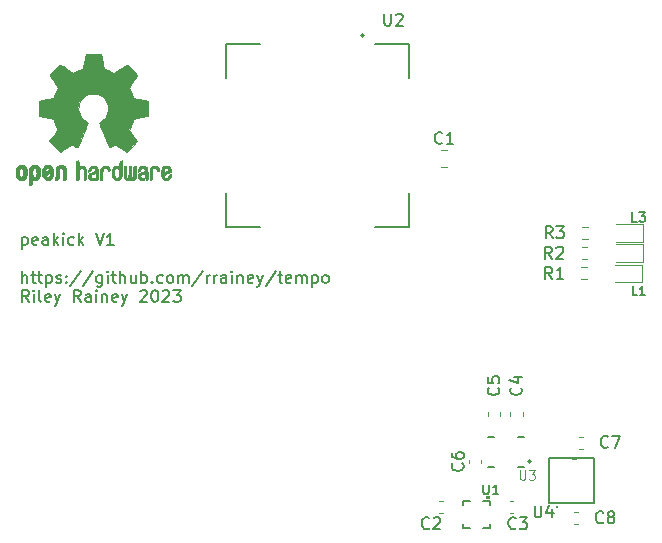
<source format=gbr>
%TF.GenerationSoftware,KiCad,Pcbnew,7.0.5*%
%TF.CreationDate,2023-12-18T11:55:03-06:00*%
%TF.ProjectId,peakick,7065616b-6963-46b2-9e6b-696361645f70,rev?*%
%TF.SameCoordinates,Original*%
%TF.FileFunction,Legend,Top*%
%TF.FilePolarity,Positive*%
%FSLAX46Y46*%
G04 Gerber Fmt 4.6, Leading zero omitted, Abs format (unit mm)*
G04 Created by KiCad (PCBNEW 7.0.5) date 2023-12-18 11:55:03*
%MOMM*%
%LPD*%
G01*
G04 APERTURE LIST*
%ADD10C,0.150000*%
%ADD11C,0.120000*%
%ADD12C,0.127000*%
%ADD13C,0.200000*%
%ADD14C,0.010000*%
%ADD15C,0.152400*%
%ADD16C,0.100000*%
G04 APERTURE END LIST*
D10*
X131296779Y-84913152D02*
X131296779Y-85913152D01*
X131296779Y-84960771D02*
X131392017Y-84913152D01*
X131392017Y-84913152D02*
X131582493Y-84913152D01*
X131582493Y-84913152D02*
X131677731Y-84960771D01*
X131677731Y-84960771D02*
X131725350Y-85008390D01*
X131725350Y-85008390D02*
X131772969Y-85103628D01*
X131772969Y-85103628D02*
X131772969Y-85389342D01*
X131772969Y-85389342D02*
X131725350Y-85484580D01*
X131725350Y-85484580D02*
X131677731Y-85532200D01*
X131677731Y-85532200D02*
X131582493Y-85579819D01*
X131582493Y-85579819D02*
X131392017Y-85579819D01*
X131392017Y-85579819D02*
X131296779Y-85532200D01*
X132582493Y-85532200D02*
X132487255Y-85579819D01*
X132487255Y-85579819D02*
X132296779Y-85579819D01*
X132296779Y-85579819D02*
X132201541Y-85532200D01*
X132201541Y-85532200D02*
X132153922Y-85436961D01*
X132153922Y-85436961D02*
X132153922Y-85056009D01*
X132153922Y-85056009D02*
X132201541Y-84960771D01*
X132201541Y-84960771D02*
X132296779Y-84913152D01*
X132296779Y-84913152D02*
X132487255Y-84913152D01*
X132487255Y-84913152D02*
X132582493Y-84960771D01*
X132582493Y-84960771D02*
X132630112Y-85056009D01*
X132630112Y-85056009D02*
X132630112Y-85151247D01*
X132630112Y-85151247D02*
X132153922Y-85246485D01*
X133487255Y-85579819D02*
X133487255Y-85056009D01*
X133487255Y-85056009D02*
X133439636Y-84960771D01*
X133439636Y-84960771D02*
X133344398Y-84913152D01*
X133344398Y-84913152D02*
X133153922Y-84913152D01*
X133153922Y-84913152D02*
X133058684Y-84960771D01*
X133487255Y-85532200D02*
X133392017Y-85579819D01*
X133392017Y-85579819D02*
X133153922Y-85579819D01*
X133153922Y-85579819D02*
X133058684Y-85532200D01*
X133058684Y-85532200D02*
X133011065Y-85436961D01*
X133011065Y-85436961D02*
X133011065Y-85341723D01*
X133011065Y-85341723D02*
X133058684Y-85246485D01*
X133058684Y-85246485D02*
X133153922Y-85198866D01*
X133153922Y-85198866D02*
X133392017Y-85198866D01*
X133392017Y-85198866D02*
X133487255Y-85151247D01*
X133963446Y-85579819D02*
X133963446Y-84579819D01*
X134058684Y-85198866D02*
X134344398Y-85579819D01*
X134344398Y-84913152D02*
X133963446Y-85294104D01*
X134772970Y-85579819D02*
X134772970Y-84913152D01*
X134772970Y-84579819D02*
X134725351Y-84627438D01*
X134725351Y-84627438D02*
X134772970Y-84675057D01*
X134772970Y-84675057D02*
X134820589Y-84627438D01*
X134820589Y-84627438D02*
X134772970Y-84579819D01*
X134772970Y-84579819D02*
X134772970Y-84675057D01*
X135677731Y-85532200D02*
X135582493Y-85579819D01*
X135582493Y-85579819D02*
X135392017Y-85579819D01*
X135392017Y-85579819D02*
X135296779Y-85532200D01*
X135296779Y-85532200D02*
X135249160Y-85484580D01*
X135249160Y-85484580D02*
X135201541Y-85389342D01*
X135201541Y-85389342D02*
X135201541Y-85103628D01*
X135201541Y-85103628D02*
X135249160Y-85008390D01*
X135249160Y-85008390D02*
X135296779Y-84960771D01*
X135296779Y-84960771D02*
X135392017Y-84913152D01*
X135392017Y-84913152D02*
X135582493Y-84913152D01*
X135582493Y-84913152D02*
X135677731Y-84960771D01*
X136106303Y-85579819D02*
X136106303Y-84579819D01*
X136201541Y-85198866D02*
X136487255Y-85579819D01*
X136487255Y-84913152D02*
X136106303Y-85294104D01*
X137534875Y-84579819D02*
X137868208Y-85579819D01*
X137868208Y-85579819D02*
X138201541Y-84579819D01*
X139058684Y-85579819D02*
X138487256Y-85579819D01*
X138772970Y-85579819D02*
X138772970Y-84579819D01*
X138772970Y-84579819D02*
X138677732Y-84722676D01*
X138677732Y-84722676D02*
X138582494Y-84817914D01*
X138582494Y-84817914D02*
X138487256Y-84865533D01*
X131296779Y-88799819D02*
X131296779Y-87799819D01*
X131725350Y-88799819D02*
X131725350Y-88276009D01*
X131725350Y-88276009D02*
X131677731Y-88180771D01*
X131677731Y-88180771D02*
X131582493Y-88133152D01*
X131582493Y-88133152D02*
X131439636Y-88133152D01*
X131439636Y-88133152D02*
X131344398Y-88180771D01*
X131344398Y-88180771D02*
X131296779Y-88228390D01*
X132058684Y-88133152D02*
X132439636Y-88133152D01*
X132201541Y-87799819D02*
X132201541Y-88656961D01*
X132201541Y-88656961D02*
X132249160Y-88752200D01*
X132249160Y-88752200D02*
X132344398Y-88799819D01*
X132344398Y-88799819D02*
X132439636Y-88799819D01*
X132630113Y-88133152D02*
X133011065Y-88133152D01*
X132772970Y-87799819D02*
X132772970Y-88656961D01*
X132772970Y-88656961D02*
X132820589Y-88752200D01*
X132820589Y-88752200D02*
X132915827Y-88799819D01*
X132915827Y-88799819D02*
X133011065Y-88799819D01*
X133344399Y-88133152D02*
X133344399Y-89133152D01*
X133344399Y-88180771D02*
X133439637Y-88133152D01*
X133439637Y-88133152D02*
X133630113Y-88133152D01*
X133630113Y-88133152D02*
X133725351Y-88180771D01*
X133725351Y-88180771D02*
X133772970Y-88228390D01*
X133772970Y-88228390D02*
X133820589Y-88323628D01*
X133820589Y-88323628D02*
X133820589Y-88609342D01*
X133820589Y-88609342D02*
X133772970Y-88704580D01*
X133772970Y-88704580D02*
X133725351Y-88752200D01*
X133725351Y-88752200D02*
X133630113Y-88799819D01*
X133630113Y-88799819D02*
X133439637Y-88799819D01*
X133439637Y-88799819D02*
X133344399Y-88752200D01*
X134201542Y-88752200D02*
X134296780Y-88799819D01*
X134296780Y-88799819D02*
X134487256Y-88799819D01*
X134487256Y-88799819D02*
X134582494Y-88752200D01*
X134582494Y-88752200D02*
X134630113Y-88656961D01*
X134630113Y-88656961D02*
X134630113Y-88609342D01*
X134630113Y-88609342D02*
X134582494Y-88514104D01*
X134582494Y-88514104D02*
X134487256Y-88466485D01*
X134487256Y-88466485D02*
X134344399Y-88466485D01*
X134344399Y-88466485D02*
X134249161Y-88418866D01*
X134249161Y-88418866D02*
X134201542Y-88323628D01*
X134201542Y-88323628D02*
X134201542Y-88276009D01*
X134201542Y-88276009D02*
X134249161Y-88180771D01*
X134249161Y-88180771D02*
X134344399Y-88133152D01*
X134344399Y-88133152D02*
X134487256Y-88133152D01*
X134487256Y-88133152D02*
X134582494Y-88180771D01*
X135058685Y-88704580D02*
X135106304Y-88752200D01*
X135106304Y-88752200D02*
X135058685Y-88799819D01*
X135058685Y-88799819D02*
X135011066Y-88752200D01*
X135011066Y-88752200D02*
X135058685Y-88704580D01*
X135058685Y-88704580D02*
X135058685Y-88799819D01*
X135058685Y-88180771D02*
X135106304Y-88228390D01*
X135106304Y-88228390D02*
X135058685Y-88276009D01*
X135058685Y-88276009D02*
X135011066Y-88228390D01*
X135011066Y-88228390D02*
X135058685Y-88180771D01*
X135058685Y-88180771D02*
X135058685Y-88276009D01*
X136249160Y-87752200D02*
X135392018Y-89037914D01*
X137296779Y-87752200D02*
X136439637Y-89037914D01*
X138058684Y-88133152D02*
X138058684Y-88942676D01*
X138058684Y-88942676D02*
X138011065Y-89037914D01*
X138011065Y-89037914D02*
X137963446Y-89085533D01*
X137963446Y-89085533D02*
X137868208Y-89133152D01*
X137868208Y-89133152D02*
X137725351Y-89133152D01*
X137725351Y-89133152D02*
X137630113Y-89085533D01*
X138058684Y-88752200D02*
X137963446Y-88799819D01*
X137963446Y-88799819D02*
X137772970Y-88799819D01*
X137772970Y-88799819D02*
X137677732Y-88752200D01*
X137677732Y-88752200D02*
X137630113Y-88704580D01*
X137630113Y-88704580D02*
X137582494Y-88609342D01*
X137582494Y-88609342D02*
X137582494Y-88323628D01*
X137582494Y-88323628D02*
X137630113Y-88228390D01*
X137630113Y-88228390D02*
X137677732Y-88180771D01*
X137677732Y-88180771D02*
X137772970Y-88133152D01*
X137772970Y-88133152D02*
X137963446Y-88133152D01*
X137963446Y-88133152D02*
X138058684Y-88180771D01*
X138534875Y-88799819D02*
X138534875Y-88133152D01*
X138534875Y-87799819D02*
X138487256Y-87847438D01*
X138487256Y-87847438D02*
X138534875Y-87895057D01*
X138534875Y-87895057D02*
X138582494Y-87847438D01*
X138582494Y-87847438D02*
X138534875Y-87799819D01*
X138534875Y-87799819D02*
X138534875Y-87895057D01*
X138868208Y-88133152D02*
X139249160Y-88133152D01*
X139011065Y-87799819D02*
X139011065Y-88656961D01*
X139011065Y-88656961D02*
X139058684Y-88752200D01*
X139058684Y-88752200D02*
X139153922Y-88799819D01*
X139153922Y-88799819D02*
X139249160Y-88799819D01*
X139582494Y-88799819D02*
X139582494Y-87799819D01*
X140011065Y-88799819D02*
X140011065Y-88276009D01*
X140011065Y-88276009D02*
X139963446Y-88180771D01*
X139963446Y-88180771D02*
X139868208Y-88133152D01*
X139868208Y-88133152D02*
X139725351Y-88133152D01*
X139725351Y-88133152D02*
X139630113Y-88180771D01*
X139630113Y-88180771D02*
X139582494Y-88228390D01*
X140915827Y-88133152D02*
X140915827Y-88799819D01*
X140487256Y-88133152D02*
X140487256Y-88656961D01*
X140487256Y-88656961D02*
X140534875Y-88752200D01*
X140534875Y-88752200D02*
X140630113Y-88799819D01*
X140630113Y-88799819D02*
X140772970Y-88799819D01*
X140772970Y-88799819D02*
X140868208Y-88752200D01*
X140868208Y-88752200D02*
X140915827Y-88704580D01*
X141392018Y-88799819D02*
X141392018Y-87799819D01*
X141392018Y-88180771D02*
X141487256Y-88133152D01*
X141487256Y-88133152D02*
X141677732Y-88133152D01*
X141677732Y-88133152D02*
X141772970Y-88180771D01*
X141772970Y-88180771D02*
X141820589Y-88228390D01*
X141820589Y-88228390D02*
X141868208Y-88323628D01*
X141868208Y-88323628D02*
X141868208Y-88609342D01*
X141868208Y-88609342D02*
X141820589Y-88704580D01*
X141820589Y-88704580D02*
X141772970Y-88752200D01*
X141772970Y-88752200D02*
X141677732Y-88799819D01*
X141677732Y-88799819D02*
X141487256Y-88799819D01*
X141487256Y-88799819D02*
X141392018Y-88752200D01*
X142296780Y-88704580D02*
X142344399Y-88752200D01*
X142344399Y-88752200D02*
X142296780Y-88799819D01*
X142296780Y-88799819D02*
X142249161Y-88752200D01*
X142249161Y-88752200D02*
X142296780Y-88704580D01*
X142296780Y-88704580D02*
X142296780Y-88799819D01*
X143201541Y-88752200D02*
X143106303Y-88799819D01*
X143106303Y-88799819D02*
X142915827Y-88799819D01*
X142915827Y-88799819D02*
X142820589Y-88752200D01*
X142820589Y-88752200D02*
X142772970Y-88704580D01*
X142772970Y-88704580D02*
X142725351Y-88609342D01*
X142725351Y-88609342D02*
X142725351Y-88323628D01*
X142725351Y-88323628D02*
X142772970Y-88228390D01*
X142772970Y-88228390D02*
X142820589Y-88180771D01*
X142820589Y-88180771D02*
X142915827Y-88133152D01*
X142915827Y-88133152D02*
X143106303Y-88133152D01*
X143106303Y-88133152D02*
X143201541Y-88180771D01*
X143772970Y-88799819D02*
X143677732Y-88752200D01*
X143677732Y-88752200D02*
X143630113Y-88704580D01*
X143630113Y-88704580D02*
X143582494Y-88609342D01*
X143582494Y-88609342D02*
X143582494Y-88323628D01*
X143582494Y-88323628D02*
X143630113Y-88228390D01*
X143630113Y-88228390D02*
X143677732Y-88180771D01*
X143677732Y-88180771D02*
X143772970Y-88133152D01*
X143772970Y-88133152D02*
X143915827Y-88133152D01*
X143915827Y-88133152D02*
X144011065Y-88180771D01*
X144011065Y-88180771D02*
X144058684Y-88228390D01*
X144058684Y-88228390D02*
X144106303Y-88323628D01*
X144106303Y-88323628D02*
X144106303Y-88609342D01*
X144106303Y-88609342D02*
X144058684Y-88704580D01*
X144058684Y-88704580D02*
X144011065Y-88752200D01*
X144011065Y-88752200D02*
X143915827Y-88799819D01*
X143915827Y-88799819D02*
X143772970Y-88799819D01*
X144534875Y-88799819D02*
X144534875Y-88133152D01*
X144534875Y-88228390D02*
X144582494Y-88180771D01*
X144582494Y-88180771D02*
X144677732Y-88133152D01*
X144677732Y-88133152D02*
X144820589Y-88133152D01*
X144820589Y-88133152D02*
X144915827Y-88180771D01*
X144915827Y-88180771D02*
X144963446Y-88276009D01*
X144963446Y-88276009D02*
X144963446Y-88799819D01*
X144963446Y-88276009D02*
X145011065Y-88180771D01*
X145011065Y-88180771D02*
X145106303Y-88133152D01*
X145106303Y-88133152D02*
X145249160Y-88133152D01*
X145249160Y-88133152D02*
X145344399Y-88180771D01*
X145344399Y-88180771D02*
X145392018Y-88276009D01*
X145392018Y-88276009D02*
X145392018Y-88799819D01*
X146582493Y-87752200D02*
X145725351Y-89037914D01*
X146915827Y-88799819D02*
X146915827Y-88133152D01*
X146915827Y-88323628D02*
X146963446Y-88228390D01*
X146963446Y-88228390D02*
X147011065Y-88180771D01*
X147011065Y-88180771D02*
X147106303Y-88133152D01*
X147106303Y-88133152D02*
X147201541Y-88133152D01*
X147534875Y-88799819D02*
X147534875Y-88133152D01*
X147534875Y-88323628D02*
X147582494Y-88228390D01*
X147582494Y-88228390D02*
X147630113Y-88180771D01*
X147630113Y-88180771D02*
X147725351Y-88133152D01*
X147725351Y-88133152D02*
X147820589Y-88133152D01*
X148582494Y-88799819D02*
X148582494Y-88276009D01*
X148582494Y-88276009D02*
X148534875Y-88180771D01*
X148534875Y-88180771D02*
X148439637Y-88133152D01*
X148439637Y-88133152D02*
X148249161Y-88133152D01*
X148249161Y-88133152D02*
X148153923Y-88180771D01*
X148582494Y-88752200D02*
X148487256Y-88799819D01*
X148487256Y-88799819D02*
X148249161Y-88799819D01*
X148249161Y-88799819D02*
X148153923Y-88752200D01*
X148153923Y-88752200D02*
X148106304Y-88656961D01*
X148106304Y-88656961D02*
X148106304Y-88561723D01*
X148106304Y-88561723D02*
X148153923Y-88466485D01*
X148153923Y-88466485D02*
X148249161Y-88418866D01*
X148249161Y-88418866D02*
X148487256Y-88418866D01*
X148487256Y-88418866D02*
X148582494Y-88371247D01*
X149058685Y-88799819D02*
X149058685Y-88133152D01*
X149058685Y-87799819D02*
X149011066Y-87847438D01*
X149011066Y-87847438D02*
X149058685Y-87895057D01*
X149058685Y-87895057D02*
X149106304Y-87847438D01*
X149106304Y-87847438D02*
X149058685Y-87799819D01*
X149058685Y-87799819D02*
X149058685Y-87895057D01*
X149534875Y-88133152D02*
X149534875Y-88799819D01*
X149534875Y-88228390D02*
X149582494Y-88180771D01*
X149582494Y-88180771D02*
X149677732Y-88133152D01*
X149677732Y-88133152D02*
X149820589Y-88133152D01*
X149820589Y-88133152D02*
X149915827Y-88180771D01*
X149915827Y-88180771D02*
X149963446Y-88276009D01*
X149963446Y-88276009D02*
X149963446Y-88799819D01*
X150820589Y-88752200D02*
X150725351Y-88799819D01*
X150725351Y-88799819D02*
X150534875Y-88799819D01*
X150534875Y-88799819D02*
X150439637Y-88752200D01*
X150439637Y-88752200D02*
X150392018Y-88656961D01*
X150392018Y-88656961D02*
X150392018Y-88276009D01*
X150392018Y-88276009D02*
X150439637Y-88180771D01*
X150439637Y-88180771D02*
X150534875Y-88133152D01*
X150534875Y-88133152D02*
X150725351Y-88133152D01*
X150725351Y-88133152D02*
X150820589Y-88180771D01*
X150820589Y-88180771D02*
X150868208Y-88276009D01*
X150868208Y-88276009D02*
X150868208Y-88371247D01*
X150868208Y-88371247D02*
X150392018Y-88466485D01*
X151201542Y-88133152D02*
X151439637Y-88799819D01*
X151677732Y-88133152D02*
X151439637Y-88799819D01*
X151439637Y-88799819D02*
X151344399Y-89037914D01*
X151344399Y-89037914D02*
X151296780Y-89085533D01*
X151296780Y-89085533D02*
X151201542Y-89133152D01*
X152772970Y-87752200D02*
X151915828Y-89037914D01*
X152963447Y-88133152D02*
X153344399Y-88133152D01*
X153106304Y-87799819D02*
X153106304Y-88656961D01*
X153106304Y-88656961D02*
X153153923Y-88752200D01*
X153153923Y-88752200D02*
X153249161Y-88799819D01*
X153249161Y-88799819D02*
X153344399Y-88799819D01*
X154058685Y-88752200D02*
X153963447Y-88799819D01*
X153963447Y-88799819D02*
X153772971Y-88799819D01*
X153772971Y-88799819D02*
X153677733Y-88752200D01*
X153677733Y-88752200D02*
X153630114Y-88656961D01*
X153630114Y-88656961D02*
X153630114Y-88276009D01*
X153630114Y-88276009D02*
X153677733Y-88180771D01*
X153677733Y-88180771D02*
X153772971Y-88133152D01*
X153772971Y-88133152D02*
X153963447Y-88133152D01*
X153963447Y-88133152D02*
X154058685Y-88180771D01*
X154058685Y-88180771D02*
X154106304Y-88276009D01*
X154106304Y-88276009D02*
X154106304Y-88371247D01*
X154106304Y-88371247D02*
X153630114Y-88466485D01*
X154534876Y-88799819D02*
X154534876Y-88133152D01*
X154534876Y-88228390D02*
X154582495Y-88180771D01*
X154582495Y-88180771D02*
X154677733Y-88133152D01*
X154677733Y-88133152D02*
X154820590Y-88133152D01*
X154820590Y-88133152D02*
X154915828Y-88180771D01*
X154915828Y-88180771D02*
X154963447Y-88276009D01*
X154963447Y-88276009D02*
X154963447Y-88799819D01*
X154963447Y-88276009D02*
X155011066Y-88180771D01*
X155011066Y-88180771D02*
X155106304Y-88133152D01*
X155106304Y-88133152D02*
X155249161Y-88133152D01*
X155249161Y-88133152D02*
X155344400Y-88180771D01*
X155344400Y-88180771D02*
X155392019Y-88276009D01*
X155392019Y-88276009D02*
X155392019Y-88799819D01*
X155868209Y-88133152D02*
X155868209Y-89133152D01*
X155868209Y-88180771D02*
X155963447Y-88133152D01*
X155963447Y-88133152D02*
X156153923Y-88133152D01*
X156153923Y-88133152D02*
X156249161Y-88180771D01*
X156249161Y-88180771D02*
X156296780Y-88228390D01*
X156296780Y-88228390D02*
X156344399Y-88323628D01*
X156344399Y-88323628D02*
X156344399Y-88609342D01*
X156344399Y-88609342D02*
X156296780Y-88704580D01*
X156296780Y-88704580D02*
X156249161Y-88752200D01*
X156249161Y-88752200D02*
X156153923Y-88799819D01*
X156153923Y-88799819D02*
X155963447Y-88799819D01*
X155963447Y-88799819D02*
X155868209Y-88752200D01*
X156915828Y-88799819D02*
X156820590Y-88752200D01*
X156820590Y-88752200D02*
X156772971Y-88704580D01*
X156772971Y-88704580D02*
X156725352Y-88609342D01*
X156725352Y-88609342D02*
X156725352Y-88323628D01*
X156725352Y-88323628D02*
X156772971Y-88228390D01*
X156772971Y-88228390D02*
X156820590Y-88180771D01*
X156820590Y-88180771D02*
X156915828Y-88133152D01*
X156915828Y-88133152D02*
X157058685Y-88133152D01*
X157058685Y-88133152D02*
X157153923Y-88180771D01*
X157153923Y-88180771D02*
X157201542Y-88228390D01*
X157201542Y-88228390D02*
X157249161Y-88323628D01*
X157249161Y-88323628D02*
X157249161Y-88609342D01*
X157249161Y-88609342D02*
X157201542Y-88704580D01*
X157201542Y-88704580D02*
X157153923Y-88752200D01*
X157153923Y-88752200D02*
X157058685Y-88799819D01*
X157058685Y-88799819D02*
X156915828Y-88799819D01*
X131868207Y-90409819D02*
X131534874Y-89933628D01*
X131296779Y-90409819D02*
X131296779Y-89409819D01*
X131296779Y-89409819D02*
X131677731Y-89409819D01*
X131677731Y-89409819D02*
X131772969Y-89457438D01*
X131772969Y-89457438D02*
X131820588Y-89505057D01*
X131820588Y-89505057D02*
X131868207Y-89600295D01*
X131868207Y-89600295D02*
X131868207Y-89743152D01*
X131868207Y-89743152D02*
X131820588Y-89838390D01*
X131820588Y-89838390D02*
X131772969Y-89886009D01*
X131772969Y-89886009D02*
X131677731Y-89933628D01*
X131677731Y-89933628D02*
X131296779Y-89933628D01*
X132296779Y-90409819D02*
X132296779Y-89743152D01*
X132296779Y-89409819D02*
X132249160Y-89457438D01*
X132249160Y-89457438D02*
X132296779Y-89505057D01*
X132296779Y-89505057D02*
X132344398Y-89457438D01*
X132344398Y-89457438D02*
X132296779Y-89409819D01*
X132296779Y-89409819D02*
X132296779Y-89505057D01*
X132915826Y-90409819D02*
X132820588Y-90362200D01*
X132820588Y-90362200D02*
X132772969Y-90266961D01*
X132772969Y-90266961D02*
X132772969Y-89409819D01*
X133677731Y-90362200D02*
X133582493Y-90409819D01*
X133582493Y-90409819D02*
X133392017Y-90409819D01*
X133392017Y-90409819D02*
X133296779Y-90362200D01*
X133296779Y-90362200D02*
X133249160Y-90266961D01*
X133249160Y-90266961D02*
X133249160Y-89886009D01*
X133249160Y-89886009D02*
X133296779Y-89790771D01*
X133296779Y-89790771D02*
X133392017Y-89743152D01*
X133392017Y-89743152D02*
X133582493Y-89743152D01*
X133582493Y-89743152D02*
X133677731Y-89790771D01*
X133677731Y-89790771D02*
X133725350Y-89886009D01*
X133725350Y-89886009D02*
X133725350Y-89981247D01*
X133725350Y-89981247D02*
X133249160Y-90076485D01*
X134058684Y-89743152D02*
X134296779Y-90409819D01*
X134534874Y-89743152D02*
X134296779Y-90409819D01*
X134296779Y-90409819D02*
X134201541Y-90647914D01*
X134201541Y-90647914D02*
X134153922Y-90695533D01*
X134153922Y-90695533D02*
X134058684Y-90743152D01*
X136249160Y-90409819D02*
X135915827Y-89933628D01*
X135677732Y-90409819D02*
X135677732Y-89409819D01*
X135677732Y-89409819D02*
X136058684Y-89409819D01*
X136058684Y-89409819D02*
X136153922Y-89457438D01*
X136153922Y-89457438D02*
X136201541Y-89505057D01*
X136201541Y-89505057D02*
X136249160Y-89600295D01*
X136249160Y-89600295D02*
X136249160Y-89743152D01*
X136249160Y-89743152D02*
X136201541Y-89838390D01*
X136201541Y-89838390D02*
X136153922Y-89886009D01*
X136153922Y-89886009D02*
X136058684Y-89933628D01*
X136058684Y-89933628D02*
X135677732Y-89933628D01*
X137106303Y-90409819D02*
X137106303Y-89886009D01*
X137106303Y-89886009D02*
X137058684Y-89790771D01*
X137058684Y-89790771D02*
X136963446Y-89743152D01*
X136963446Y-89743152D02*
X136772970Y-89743152D01*
X136772970Y-89743152D02*
X136677732Y-89790771D01*
X137106303Y-90362200D02*
X137011065Y-90409819D01*
X137011065Y-90409819D02*
X136772970Y-90409819D01*
X136772970Y-90409819D02*
X136677732Y-90362200D01*
X136677732Y-90362200D02*
X136630113Y-90266961D01*
X136630113Y-90266961D02*
X136630113Y-90171723D01*
X136630113Y-90171723D02*
X136677732Y-90076485D01*
X136677732Y-90076485D02*
X136772970Y-90028866D01*
X136772970Y-90028866D02*
X137011065Y-90028866D01*
X137011065Y-90028866D02*
X137106303Y-89981247D01*
X137582494Y-90409819D02*
X137582494Y-89743152D01*
X137582494Y-89409819D02*
X137534875Y-89457438D01*
X137534875Y-89457438D02*
X137582494Y-89505057D01*
X137582494Y-89505057D02*
X137630113Y-89457438D01*
X137630113Y-89457438D02*
X137582494Y-89409819D01*
X137582494Y-89409819D02*
X137582494Y-89505057D01*
X138058684Y-89743152D02*
X138058684Y-90409819D01*
X138058684Y-89838390D02*
X138106303Y-89790771D01*
X138106303Y-89790771D02*
X138201541Y-89743152D01*
X138201541Y-89743152D02*
X138344398Y-89743152D01*
X138344398Y-89743152D02*
X138439636Y-89790771D01*
X138439636Y-89790771D02*
X138487255Y-89886009D01*
X138487255Y-89886009D02*
X138487255Y-90409819D01*
X139344398Y-90362200D02*
X139249160Y-90409819D01*
X139249160Y-90409819D02*
X139058684Y-90409819D01*
X139058684Y-90409819D02*
X138963446Y-90362200D01*
X138963446Y-90362200D02*
X138915827Y-90266961D01*
X138915827Y-90266961D02*
X138915827Y-89886009D01*
X138915827Y-89886009D02*
X138963446Y-89790771D01*
X138963446Y-89790771D02*
X139058684Y-89743152D01*
X139058684Y-89743152D02*
X139249160Y-89743152D01*
X139249160Y-89743152D02*
X139344398Y-89790771D01*
X139344398Y-89790771D02*
X139392017Y-89886009D01*
X139392017Y-89886009D02*
X139392017Y-89981247D01*
X139392017Y-89981247D02*
X138915827Y-90076485D01*
X139725351Y-89743152D02*
X139963446Y-90409819D01*
X140201541Y-89743152D02*
X139963446Y-90409819D01*
X139963446Y-90409819D02*
X139868208Y-90647914D01*
X139868208Y-90647914D02*
X139820589Y-90695533D01*
X139820589Y-90695533D02*
X139725351Y-90743152D01*
X141296780Y-89505057D02*
X141344399Y-89457438D01*
X141344399Y-89457438D02*
X141439637Y-89409819D01*
X141439637Y-89409819D02*
X141677732Y-89409819D01*
X141677732Y-89409819D02*
X141772970Y-89457438D01*
X141772970Y-89457438D02*
X141820589Y-89505057D01*
X141820589Y-89505057D02*
X141868208Y-89600295D01*
X141868208Y-89600295D02*
X141868208Y-89695533D01*
X141868208Y-89695533D02*
X141820589Y-89838390D01*
X141820589Y-89838390D02*
X141249161Y-90409819D01*
X141249161Y-90409819D02*
X141868208Y-90409819D01*
X142487256Y-89409819D02*
X142582494Y-89409819D01*
X142582494Y-89409819D02*
X142677732Y-89457438D01*
X142677732Y-89457438D02*
X142725351Y-89505057D01*
X142725351Y-89505057D02*
X142772970Y-89600295D01*
X142772970Y-89600295D02*
X142820589Y-89790771D01*
X142820589Y-89790771D02*
X142820589Y-90028866D01*
X142820589Y-90028866D02*
X142772970Y-90219342D01*
X142772970Y-90219342D02*
X142725351Y-90314580D01*
X142725351Y-90314580D02*
X142677732Y-90362200D01*
X142677732Y-90362200D02*
X142582494Y-90409819D01*
X142582494Y-90409819D02*
X142487256Y-90409819D01*
X142487256Y-90409819D02*
X142392018Y-90362200D01*
X142392018Y-90362200D02*
X142344399Y-90314580D01*
X142344399Y-90314580D02*
X142296780Y-90219342D01*
X142296780Y-90219342D02*
X142249161Y-90028866D01*
X142249161Y-90028866D02*
X142249161Y-89790771D01*
X142249161Y-89790771D02*
X142296780Y-89600295D01*
X142296780Y-89600295D02*
X142344399Y-89505057D01*
X142344399Y-89505057D02*
X142392018Y-89457438D01*
X142392018Y-89457438D02*
X142487256Y-89409819D01*
X143201542Y-89505057D02*
X143249161Y-89457438D01*
X143249161Y-89457438D02*
X143344399Y-89409819D01*
X143344399Y-89409819D02*
X143582494Y-89409819D01*
X143582494Y-89409819D02*
X143677732Y-89457438D01*
X143677732Y-89457438D02*
X143725351Y-89505057D01*
X143725351Y-89505057D02*
X143772970Y-89600295D01*
X143772970Y-89600295D02*
X143772970Y-89695533D01*
X143772970Y-89695533D02*
X143725351Y-89838390D01*
X143725351Y-89838390D02*
X143153923Y-90409819D01*
X143153923Y-90409819D02*
X143772970Y-90409819D01*
X144106304Y-89409819D02*
X144725351Y-89409819D01*
X144725351Y-89409819D02*
X144392018Y-89790771D01*
X144392018Y-89790771D02*
X144534875Y-89790771D01*
X144534875Y-89790771D02*
X144630113Y-89838390D01*
X144630113Y-89838390D02*
X144677732Y-89886009D01*
X144677732Y-89886009D02*
X144725351Y-89981247D01*
X144725351Y-89981247D02*
X144725351Y-90219342D01*
X144725351Y-90219342D02*
X144677732Y-90314580D01*
X144677732Y-90314580D02*
X144630113Y-90362200D01*
X144630113Y-90362200D02*
X144534875Y-90409819D01*
X144534875Y-90409819D02*
X144249161Y-90409819D01*
X144249161Y-90409819D02*
X144153923Y-90362200D01*
X144153923Y-90362200D02*
X144106304Y-90314580D01*
%TO.C,C7*%
X180893333Y-102649580D02*
X180845714Y-102697200D01*
X180845714Y-102697200D02*
X180702857Y-102744819D01*
X180702857Y-102744819D02*
X180607619Y-102744819D01*
X180607619Y-102744819D02*
X180464762Y-102697200D01*
X180464762Y-102697200D02*
X180369524Y-102601961D01*
X180369524Y-102601961D02*
X180321905Y-102506723D01*
X180321905Y-102506723D02*
X180274286Y-102316247D01*
X180274286Y-102316247D02*
X180274286Y-102173390D01*
X180274286Y-102173390D02*
X180321905Y-101982914D01*
X180321905Y-101982914D02*
X180369524Y-101887676D01*
X180369524Y-101887676D02*
X180464762Y-101792438D01*
X180464762Y-101792438D02*
X180607619Y-101744819D01*
X180607619Y-101744819D02*
X180702857Y-101744819D01*
X180702857Y-101744819D02*
X180845714Y-101792438D01*
X180845714Y-101792438D02*
X180893333Y-101840057D01*
X181226667Y-101744819D02*
X181893333Y-101744819D01*
X181893333Y-101744819D02*
X181464762Y-102744819D01*
%TO.C,R2*%
X176153333Y-86734819D02*
X175820000Y-86258628D01*
X175581905Y-86734819D02*
X175581905Y-85734819D01*
X175581905Y-85734819D02*
X175962857Y-85734819D01*
X175962857Y-85734819D02*
X176058095Y-85782438D01*
X176058095Y-85782438D02*
X176105714Y-85830057D01*
X176105714Y-85830057D02*
X176153333Y-85925295D01*
X176153333Y-85925295D02*
X176153333Y-86068152D01*
X176153333Y-86068152D02*
X176105714Y-86163390D01*
X176105714Y-86163390D02*
X176058095Y-86211009D01*
X176058095Y-86211009D02*
X175962857Y-86258628D01*
X175962857Y-86258628D02*
X175581905Y-86258628D01*
X176534286Y-85830057D02*
X176581905Y-85782438D01*
X176581905Y-85782438D02*
X176677143Y-85734819D01*
X176677143Y-85734819D02*
X176915238Y-85734819D01*
X176915238Y-85734819D02*
X177010476Y-85782438D01*
X177010476Y-85782438D02*
X177058095Y-85830057D01*
X177058095Y-85830057D02*
X177105714Y-85925295D01*
X177105714Y-85925295D02*
X177105714Y-86020533D01*
X177105714Y-86020533D02*
X177058095Y-86163390D01*
X177058095Y-86163390D02*
X176486667Y-86734819D01*
X176486667Y-86734819D02*
X177105714Y-86734819D01*
%TO.C,R1*%
X176173333Y-88444819D02*
X175840000Y-87968628D01*
X175601905Y-88444819D02*
X175601905Y-87444819D01*
X175601905Y-87444819D02*
X175982857Y-87444819D01*
X175982857Y-87444819D02*
X176078095Y-87492438D01*
X176078095Y-87492438D02*
X176125714Y-87540057D01*
X176125714Y-87540057D02*
X176173333Y-87635295D01*
X176173333Y-87635295D02*
X176173333Y-87778152D01*
X176173333Y-87778152D02*
X176125714Y-87873390D01*
X176125714Y-87873390D02*
X176078095Y-87921009D01*
X176078095Y-87921009D02*
X175982857Y-87968628D01*
X175982857Y-87968628D02*
X175601905Y-87968628D01*
X177125714Y-88444819D02*
X176554286Y-88444819D01*
X176840000Y-88444819D02*
X176840000Y-87444819D01*
X176840000Y-87444819D02*
X176744762Y-87587676D01*
X176744762Y-87587676D02*
X176649524Y-87682914D01*
X176649524Y-87682914D02*
X176554286Y-87730533D01*
%TO.C,C1*%
X166863333Y-76929580D02*
X166815714Y-76977200D01*
X166815714Y-76977200D02*
X166672857Y-77024819D01*
X166672857Y-77024819D02*
X166577619Y-77024819D01*
X166577619Y-77024819D02*
X166434762Y-76977200D01*
X166434762Y-76977200D02*
X166339524Y-76881961D01*
X166339524Y-76881961D02*
X166291905Y-76786723D01*
X166291905Y-76786723D02*
X166244286Y-76596247D01*
X166244286Y-76596247D02*
X166244286Y-76453390D01*
X166244286Y-76453390D02*
X166291905Y-76262914D01*
X166291905Y-76262914D02*
X166339524Y-76167676D01*
X166339524Y-76167676D02*
X166434762Y-76072438D01*
X166434762Y-76072438D02*
X166577619Y-76024819D01*
X166577619Y-76024819D02*
X166672857Y-76024819D01*
X166672857Y-76024819D02*
X166815714Y-76072438D01*
X166815714Y-76072438D02*
X166863333Y-76120057D01*
X167815714Y-77024819D02*
X167244286Y-77024819D01*
X167530000Y-77024819D02*
X167530000Y-76024819D01*
X167530000Y-76024819D02*
X167434762Y-76167676D01*
X167434762Y-76167676D02*
X167339524Y-76262914D01*
X167339524Y-76262914D02*
X167244286Y-76310533D01*
D11*
%TO.C,U3*%
X173450476Y-104653855D02*
X173450476Y-105301474D01*
X173450476Y-105301474D02*
X173488571Y-105377664D01*
X173488571Y-105377664D02*
X173526666Y-105415760D01*
X173526666Y-105415760D02*
X173602857Y-105453855D01*
X173602857Y-105453855D02*
X173755238Y-105453855D01*
X173755238Y-105453855D02*
X173831428Y-105415760D01*
X173831428Y-105415760D02*
X173869523Y-105377664D01*
X173869523Y-105377664D02*
X173907619Y-105301474D01*
X173907619Y-105301474D02*
X173907619Y-104653855D01*
X174212380Y-104653855D02*
X174707618Y-104653855D01*
X174707618Y-104653855D02*
X174440952Y-104958617D01*
X174440952Y-104958617D02*
X174555237Y-104958617D01*
X174555237Y-104958617D02*
X174631428Y-104996712D01*
X174631428Y-104996712D02*
X174669523Y-105034807D01*
X174669523Y-105034807D02*
X174707618Y-105110998D01*
X174707618Y-105110998D02*
X174707618Y-105301474D01*
X174707618Y-105301474D02*
X174669523Y-105377664D01*
X174669523Y-105377664D02*
X174631428Y-105415760D01*
X174631428Y-105415760D02*
X174555237Y-105453855D01*
X174555237Y-105453855D02*
X174326666Y-105453855D01*
X174326666Y-105453855D02*
X174250475Y-105415760D01*
X174250475Y-105415760D02*
X174212380Y-105377664D01*
D10*
%TO.C,C3*%
X173093333Y-109549580D02*
X173045714Y-109597200D01*
X173045714Y-109597200D02*
X172902857Y-109644819D01*
X172902857Y-109644819D02*
X172807619Y-109644819D01*
X172807619Y-109644819D02*
X172664762Y-109597200D01*
X172664762Y-109597200D02*
X172569524Y-109501961D01*
X172569524Y-109501961D02*
X172521905Y-109406723D01*
X172521905Y-109406723D02*
X172474286Y-109216247D01*
X172474286Y-109216247D02*
X172474286Y-109073390D01*
X172474286Y-109073390D02*
X172521905Y-108882914D01*
X172521905Y-108882914D02*
X172569524Y-108787676D01*
X172569524Y-108787676D02*
X172664762Y-108692438D01*
X172664762Y-108692438D02*
X172807619Y-108644819D01*
X172807619Y-108644819D02*
X172902857Y-108644819D01*
X172902857Y-108644819D02*
X173045714Y-108692438D01*
X173045714Y-108692438D02*
X173093333Y-108740057D01*
X173426667Y-108644819D02*
X174045714Y-108644819D01*
X174045714Y-108644819D02*
X173712381Y-109025771D01*
X173712381Y-109025771D02*
X173855238Y-109025771D01*
X173855238Y-109025771D02*
X173950476Y-109073390D01*
X173950476Y-109073390D02*
X173998095Y-109121009D01*
X173998095Y-109121009D02*
X174045714Y-109216247D01*
X174045714Y-109216247D02*
X174045714Y-109454342D01*
X174045714Y-109454342D02*
X173998095Y-109549580D01*
X173998095Y-109549580D02*
X173950476Y-109597200D01*
X173950476Y-109597200D02*
X173855238Y-109644819D01*
X173855238Y-109644819D02*
X173569524Y-109644819D01*
X173569524Y-109644819D02*
X173474286Y-109597200D01*
X173474286Y-109597200D02*
X173426667Y-109549580D01*
%TO.C,C6*%
X168589580Y-104071666D02*
X168637200Y-104119285D01*
X168637200Y-104119285D02*
X168684819Y-104262142D01*
X168684819Y-104262142D02*
X168684819Y-104357380D01*
X168684819Y-104357380D02*
X168637200Y-104500237D01*
X168637200Y-104500237D02*
X168541961Y-104595475D01*
X168541961Y-104595475D02*
X168446723Y-104643094D01*
X168446723Y-104643094D02*
X168256247Y-104690713D01*
X168256247Y-104690713D02*
X168113390Y-104690713D01*
X168113390Y-104690713D02*
X167922914Y-104643094D01*
X167922914Y-104643094D02*
X167827676Y-104595475D01*
X167827676Y-104595475D02*
X167732438Y-104500237D01*
X167732438Y-104500237D02*
X167684819Y-104357380D01*
X167684819Y-104357380D02*
X167684819Y-104262142D01*
X167684819Y-104262142D02*
X167732438Y-104119285D01*
X167732438Y-104119285D02*
X167780057Y-104071666D01*
X167684819Y-103214523D02*
X167684819Y-103404999D01*
X167684819Y-103404999D02*
X167732438Y-103500237D01*
X167732438Y-103500237D02*
X167780057Y-103547856D01*
X167780057Y-103547856D02*
X167922914Y-103643094D01*
X167922914Y-103643094D02*
X168113390Y-103690713D01*
X168113390Y-103690713D02*
X168494342Y-103690713D01*
X168494342Y-103690713D02*
X168589580Y-103643094D01*
X168589580Y-103643094D02*
X168637200Y-103595475D01*
X168637200Y-103595475D02*
X168684819Y-103500237D01*
X168684819Y-103500237D02*
X168684819Y-103309761D01*
X168684819Y-103309761D02*
X168637200Y-103214523D01*
X168637200Y-103214523D02*
X168589580Y-103166904D01*
X168589580Y-103166904D02*
X168494342Y-103119285D01*
X168494342Y-103119285D02*
X168256247Y-103119285D01*
X168256247Y-103119285D02*
X168161009Y-103166904D01*
X168161009Y-103166904D02*
X168113390Y-103214523D01*
X168113390Y-103214523D02*
X168065771Y-103309761D01*
X168065771Y-103309761D02*
X168065771Y-103500237D01*
X168065771Y-103500237D02*
X168113390Y-103595475D01*
X168113390Y-103595475D02*
X168161009Y-103643094D01*
X168161009Y-103643094D02*
X168256247Y-103690713D01*
%TO.C,C8*%
X180493333Y-109049580D02*
X180445714Y-109097200D01*
X180445714Y-109097200D02*
X180302857Y-109144819D01*
X180302857Y-109144819D02*
X180207619Y-109144819D01*
X180207619Y-109144819D02*
X180064762Y-109097200D01*
X180064762Y-109097200D02*
X179969524Y-109001961D01*
X179969524Y-109001961D02*
X179921905Y-108906723D01*
X179921905Y-108906723D02*
X179874286Y-108716247D01*
X179874286Y-108716247D02*
X179874286Y-108573390D01*
X179874286Y-108573390D02*
X179921905Y-108382914D01*
X179921905Y-108382914D02*
X179969524Y-108287676D01*
X179969524Y-108287676D02*
X180064762Y-108192438D01*
X180064762Y-108192438D02*
X180207619Y-108144819D01*
X180207619Y-108144819D02*
X180302857Y-108144819D01*
X180302857Y-108144819D02*
X180445714Y-108192438D01*
X180445714Y-108192438D02*
X180493333Y-108240057D01*
X181064762Y-108573390D02*
X180969524Y-108525771D01*
X180969524Y-108525771D02*
X180921905Y-108478152D01*
X180921905Y-108478152D02*
X180874286Y-108382914D01*
X180874286Y-108382914D02*
X180874286Y-108335295D01*
X180874286Y-108335295D02*
X180921905Y-108240057D01*
X180921905Y-108240057D02*
X180969524Y-108192438D01*
X180969524Y-108192438D02*
X181064762Y-108144819D01*
X181064762Y-108144819D02*
X181255238Y-108144819D01*
X181255238Y-108144819D02*
X181350476Y-108192438D01*
X181350476Y-108192438D02*
X181398095Y-108240057D01*
X181398095Y-108240057D02*
X181445714Y-108335295D01*
X181445714Y-108335295D02*
X181445714Y-108382914D01*
X181445714Y-108382914D02*
X181398095Y-108478152D01*
X181398095Y-108478152D02*
X181350476Y-108525771D01*
X181350476Y-108525771D02*
X181255238Y-108573390D01*
X181255238Y-108573390D02*
X181064762Y-108573390D01*
X181064762Y-108573390D02*
X180969524Y-108621009D01*
X180969524Y-108621009D02*
X180921905Y-108668628D01*
X180921905Y-108668628D02*
X180874286Y-108763866D01*
X180874286Y-108763866D02*
X180874286Y-108954342D01*
X180874286Y-108954342D02*
X180921905Y-109049580D01*
X180921905Y-109049580D02*
X180969524Y-109097200D01*
X180969524Y-109097200D02*
X181064762Y-109144819D01*
X181064762Y-109144819D02*
X181255238Y-109144819D01*
X181255238Y-109144819D02*
X181350476Y-109097200D01*
X181350476Y-109097200D02*
X181398095Y-109049580D01*
X181398095Y-109049580D02*
X181445714Y-108954342D01*
X181445714Y-108954342D02*
X181445714Y-108763866D01*
X181445714Y-108763866D02*
X181398095Y-108668628D01*
X181398095Y-108668628D02*
X181350476Y-108621009D01*
X181350476Y-108621009D02*
X181255238Y-108573390D01*
%TO.C,C5*%
X171619580Y-97656666D02*
X171667200Y-97704285D01*
X171667200Y-97704285D02*
X171714819Y-97847142D01*
X171714819Y-97847142D02*
X171714819Y-97942380D01*
X171714819Y-97942380D02*
X171667200Y-98085237D01*
X171667200Y-98085237D02*
X171571961Y-98180475D01*
X171571961Y-98180475D02*
X171476723Y-98228094D01*
X171476723Y-98228094D02*
X171286247Y-98275713D01*
X171286247Y-98275713D02*
X171143390Y-98275713D01*
X171143390Y-98275713D02*
X170952914Y-98228094D01*
X170952914Y-98228094D02*
X170857676Y-98180475D01*
X170857676Y-98180475D02*
X170762438Y-98085237D01*
X170762438Y-98085237D02*
X170714819Y-97942380D01*
X170714819Y-97942380D02*
X170714819Y-97847142D01*
X170714819Y-97847142D02*
X170762438Y-97704285D01*
X170762438Y-97704285D02*
X170810057Y-97656666D01*
X170714819Y-96751904D02*
X170714819Y-97228094D01*
X170714819Y-97228094D02*
X171191009Y-97275713D01*
X171191009Y-97275713D02*
X171143390Y-97228094D01*
X171143390Y-97228094D02*
X171095771Y-97132856D01*
X171095771Y-97132856D02*
X171095771Y-96894761D01*
X171095771Y-96894761D02*
X171143390Y-96799523D01*
X171143390Y-96799523D02*
X171191009Y-96751904D01*
X171191009Y-96751904D02*
X171286247Y-96704285D01*
X171286247Y-96704285D02*
X171524342Y-96704285D01*
X171524342Y-96704285D02*
X171619580Y-96751904D01*
X171619580Y-96751904D02*
X171667200Y-96799523D01*
X171667200Y-96799523D02*
X171714819Y-96894761D01*
X171714819Y-96894761D02*
X171714819Y-97132856D01*
X171714819Y-97132856D02*
X171667200Y-97228094D01*
X171667200Y-97228094D02*
X171619580Y-97275713D01*
%TO.C,L3*%
X183356666Y-83622295D02*
X182975714Y-83622295D01*
X182975714Y-83622295D02*
X182975714Y-82822295D01*
X183547142Y-82822295D02*
X184042380Y-82822295D01*
X184042380Y-82822295D02*
X183775714Y-83127057D01*
X183775714Y-83127057D02*
X183889999Y-83127057D01*
X183889999Y-83127057D02*
X183966190Y-83165152D01*
X183966190Y-83165152D02*
X184004285Y-83203247D01*
X184004285Y-83203247D02*
X184042380Y-83279438D01*
X184042380Y-83279438D02*
X184042380Y-83469914D01*
X184042380Y-83469914D02*
X184004285Y-83546104D01*
X184004285Y-83546104D02*
X183966190Y-83584200D01*
X183966190Y-83584200D02*
X183889999Y-83622295D01*
X183889999Y-83622295D02*
X183661428Y-83622295D01*
X183661428Y-83622295D02*
X183585237Y-83584200D01*
X183585237Y-83584200D02*
X183547142Y-83546104D01*
%TO.C,U1*%
X170360476Y-105872295D02*
X170360476Y-106519914D01*
X170360476Y-106519914D02*
X170398571Y-106596104D01*
X170398571Y-106596104D02*
X170436666Y-106634200D01*
X170436666Y-106634200D02*
X170512857Y-106672295D01*
X170512857Y-106672295D02*
X170665238Y-106672295D01*
X170665238Y-106672295D02*
X170741428Y-106634200D01*
X170741428Y-106634200D02*
X170779523Y-106596104D01*
X170779523Y-106596104D02*
X170817619Y-106519914D01*
X170817619Y-106519914D02*
X170817619Y-105872295D01*
X171617618Y-106672295D02*
X171160475Y-106672295D01*
X171389047Y-106672295D02*
X171389047Y-105872295D01*
X171389047Y-105872295D02*
X171312856Y-105986580D01*
X171312856Y-105986580D02*
X171236666Y-106062771D01*
X171236666Y-106062771D02*
X171160475Y-106100866D01*
%TO.C,L1*%
X183366666Y-89842295D02*
X182985714Y-89842295D01*
X182985714Y-89842295D02*
X182985714Y-89042295D01*
X184052380Y-89842295D02*
X183595237Y-89842295D01*
X183823809Y-89842295D02*
X183823809Y-89042295D01*
X183823809Y-89042295D02*
X183747618Y-89156580D01*
X183747618Y-89156580D02*
X183671428Y-89232771D01*
X183671428Y-89232771D02*
X183595237Y-89270866D01*
%TO.C,R3*%
X176213333Y-85004819D02*
X175880000Y-84528628D01*
X175641905Y-85004819D02*
X175641905Y-84004819D01*
X175641905Y-84004819D02*
X176022857Y-84004819D01*
X176022857Y-84004819D02*
X176118095Y-84052438D01*
X176118095Y-84052438D02*
X176165714Y-84100057D01*
X176165714Y-84100057D02*
X176213333Y-84195295D01*
X176213333Y-84195295D02*
X176213333Y-84338152D01*
X176213333Y-84338152D02*
X176165714Y-84433390D01*
X176165714Y-84433390D02*
X176118095Y-84481009D01*
X176118095Y-84481009D02*
X176022857Y-84528628D01*
X176022857Y-84528628D02*
X175641905Y-84528628D01*
X176546667Y-84004819D02*
X177165714Y-84004819D01*
X177165714Y-84004819D02*
X176832381Y-84385771D01*
X176832381Y-84385771D02*
X176975238Y-84385771D01*
X176975238Y-84385771D02*
X177070476Y-84433390D01*
X177070476Y-84433390D02*
X177118095Y-84481009D01*
X177118095Y-84481009D02*
X177165714Y-84576247D01*
X177165714Y-84576247D02*
X177165714Y-84814342D01*
X177165714Y-84814342D02*
X177118095Y-84909580D01*
X177118095Y-84909580D02*
X177070476Y-84957200D01*
X177070476Y-84957200D02*
X176975238Y-85004819D01*
X176975238Y-85004819D02*
X176689524Y-85004819D01*
X176689524Y-85004819D02*
X176594286Y-84957200D01*
X176594286Y-84957200D02*
X176546667Y-84909580D01*
%TO.C,C2*%
X165773333Y-109549580D02*
X165725714Y-109597200D01*
X165725714Y-109597200D02*
X165582857Y-109644819D01*
X165582857Y-109644819D02*
X165487619Y-109644819D01*
X165487619Y-109644819D02*
X165344762Y-109597200D01*
X165344762Y-109597200D02*
X165249524Y-109501961D01*
X165249524Y-109501961D02*
X165201905Y-109406723D01*
X165201905Y-109406723D02*
X165154286Y-109216247D01*
X165154286Y-109216247D02*
X165154286Y-109073390D01*
X165154286Y-109073390D02*
X165201905Y-108882914D01*
X165201905Y-108882914D02*
X165249524Y-108787676D01*
X165249524Y-108787676D02*
X165344762Y-108692438D01*
X165344762Y-108692438D02*
X165487619Y-108644819D01*
X165487619Y-108644819D02*
X165582857Y-108644819D01*
X165582857Y-108644819D02*
X165725714Y-108692438D01*
X165725714Y-108692438D02*
X165773333Y-108740057D01*
X166154286Y-108740057D02*
X166201905Y-108692438D01*
X166201905Y-108692438D02*
X166297143Y-108644819D01*
X166297143Y-108644819D02*
X166535238Y-108644819D01*
X166535238Y-108644819D02*
X166630476Y-108692438D01*
X166630476Y-108692438D02*
X166678095Y-108740057D01*
X166678095Y-108740057D02*
X166725714Y-108835295D01*
X166725714Y-108835295D02*
X166725714Y-108930533D01*
X166725714Y-108930533D02*
X166678095Y-109073390D01*
X166678095Y-109073390D02*
X166106667Y-109644819D01*
X166106667Y-109644819D02*
X166725714Y-109644819D01*
%TO.C,U2*%
X161968095Y-66004819D02*
X161968095Y-66814342D01*
X161968095Y-66814342D02*
X162015714Y-66909580D01*
X162015714Y-66909580D02*
X162063333Y-66957200D01*
X162063333Y-66957200D02*
X162158571Y-67004819D01*
X162158571Y-67004819D02*
X162349047Y-67004819D01*
X162349047Y-67004819D02*
X162444285Y-66957200D01*
X162444285Y-66957200D02*
X162491904Y-66909580D01*
X162491904Y-66909580D02*
X162539523Y-66814342D01*
X162539523Y-66814342D02*
X162539523Y-66004819D01*
X162968095Y-66100057D02*
X163015714Y-66052438D01*
X163015714Y-66052438D02*
X163110952Y-66004819D01*
X163110952Y-66004819D02*
X163349047Y-66004819D01*
X163349047Y-66004819D02*
X163444285Y-66052438D01*
X163444285Y-66052438D02*
X163491904Y-66100057D01*
X163491904Y-66100057D02*
X163539523Y-66195295D01*
X163539523Y-66195295D02*
X163539523Y-66290533D01*
X163539523Y-66290533D02*
X163491904Y-66433390D01*
X163491904Y-66433390D02*
X162920476Y-67004819D01*
X162920476Y-67004819D02*
X163539523Y-67004819D01*
%TO.C,C4*%
X173519580Y-97656666D02*
X173567200Y-97704285D01*
X173567200Y-97704285D02*
X173614819Y-97847142D01*
X173614819Y-97847142D02*
X173614819Y-97942380D01*
X173614819Y-97942380D02*
X173567200Y-98085237D01*
X173567200Y-98085237D02*
X173471961Y-98180475D01*
X173471961Y-98180475D02*
X173376723Y-98228094D01*
X173376723Y-98228094D02*
X173186247Y-98275713D01*
X173186247Y-98275713D02*
X173043390Y-98275713D01*
X173043390Y-98275713D02*
X172852914Y-98228094D01*
X172852914Y-98228094D02*
X172757676Y-98180475D01*
X172757676Y-98180475D02*
X172662438Y-98085237D01*
X172662438Y-98085237D02*
X172614819Y-97942380D01*
X172614819Y-97942380D02*
X172614819Y-97847142D01*
X172614819Y-97847142D02*
X172662438Y-97704285D01*
X172662438Y-97704285D02*
X172710057Y-97656666D01*
X172948152Y-96799523D02*
X173614819Y-96799523D01*
X172567200Y-97037618D02*
X173281485Y-97275713D01*
X173281485Y-97275713D02*
X173281485Y-96656666D01*
%TO.C,U4*%
X174698095Y-107644819D02*
X174698095Y-108454342D01*
X174698095Y-108454342D02*
X174745714Y-108549580D01*
X174745714Y-108549580D02*
X174793333Y-108597200D01*
X174793333Y-108597200D02*
X174888571Y-108644819D01*
X174888571Y-108644819D02*
X175079047Y-108644819D01*
X175079047Y-108644819D02*
X175174285Y-108597200D01*
X175174285Y-108597200D02*
X175221904Y-108549580D01*
X175221904Y-108549580D02*
X175269523Y-108454342D01*
X175269523Y-108454342D02*
X175269523Y-107644819D01*
X176174285Y-107978152D02*
X176174285Y-108644819D01*
X175936190Y-107597200D02*
X175698095Y-108311485D01*
X175698095Y-108311485D02*
X176317142Y-108311485D01*
D11*
%TO.C,C7*%
X178469419Y-101805001D02*
X178750579Y-101805001D01*
X178469419Y-102825001D02*
X178750579Y-102825001D01*
%TO.C,R2*%
X178682742Y-85757500D02*
X179157258Y-85757500D01*
X178682742Y-86802500D02*
X179157258Y-86802500D01*
%TO.C,R1*%
X178632742Y-87417500D02*
X179107258Y-87417500D01*
X178632742Y-88462500D02*
X179107258Y-88462500D01*
%TO.C,C1*%
X166768748Y-77515000D02*
X167291252Y-77515000D01*
X166768748Y-78985000D02*
X167291252Y-78985000D01*
D12*
%TO.C,U3*%
X173760000Y-104355000D02*
X173250000Y-104355000D01*
X173760000Y-101855000D02*
X173250000Y-101855000D01*
X171270000Y-104355000D02*
X170760000Y-104355000D01*
X170760000Y-101855000D02*
X171270000Y-101855000D01*
D13*
X174360000Y-103905000D02*
G75*
G03*
X174360000Y-103905000I-100000J0D01*
G01*
%TO.C,LOGO2*%
D14*
X142675690Y-78890018D02*
X142710585Y-78905269D01*
X142793877Y-78971235D01*
X142865103Y-79066618D01*
X142909153Y-79168406D01*
X142916322Y-79218587D01*
X142892285Y-79288647D01*
X142839561Y-79325717D01*
X142783031Y-79348164D01*
X142757146Y-79352300D01*
X142744542Y-79322283D01*
X142719654Y-79256961D01*
X142708735Y-79227445D01*
X142647508Y-79125348D01*
X142558861Y-79074423D01*
X142445193Y-79075989D01*
X142436774Y-79077994D01*
X142376088Y-79106767D01*
X142331474Y-79162859D01*
X142301002Y-79253163D01*
X142282744Y-79384571D01*
X142274771Y-79563974D01*
X142274023Y-79659433D01*
X142273652Y-79809913D01*
X142271223Y-79912495D01*
X142264760Y-79977672D01*
X142252288Y-80015938D01*
X142231833Y-80037785D01*
X142201419Y-80053707D01*
X142199661Y-80054509D01*
X142141091Y-80079272D01*
X142112075Y-80088391D01*
X142107616Y-80060822D01*
X142103799Y-79984620D01*
X142100899Y-79869541D01*
X142099191Y-79725341D01*
X142098851Y-79619814D01*
X142100588Y-79415613D01*
X142107382Y-79260697D01*
X142121607Y-79146024D01*
X142145638Y-79062551D01*
X142181848Y-79001236D01*
X142232612Y-78953034D01*
X142282739Y-78919393D01*
X142403275Y-78874619D01*
X142543557Y-78864521D01*
X142675690Y-78890018D01*
G36*
X142675690Y-78890018D02*
G01*
X142710585Y-78905269D01*
X142793877Y-78971235D01*
X142865103Y-79066618D01*
X142909153Y-79168406D01*
X142916322Y-79218587D01*
X142892285Y-79288647D01*
X142839561Y-79325717D01*
X142783031Y-79348164D01*
X142757146Y-79352300D01*
X142744542Y-79322283D01*
X142719654Y-79256961D01*
X142708735Y-79227445D01*
X142647508Y-79125348D01*
X142558861Y-79074423D01*
X142445193Y-79075989D01*
X142436774Y-79077994D01*
X142376088Y-79106767D01*
X142331474Y-79162859D01*
X142301002Y-79253163D01*
X142282744Y-79384571D01*
X142274771Y-79563974D01*
X142274023Y-79659433D01*
X142273652Y-79809913D01*
X142271223Y-79912495D01*
X142264760Y-79977672D01*
X142252288Y-80015938D01*
X142231833Y-80037785D01*
X142201419Y-80053707D01*
X142199661Y-80054509D01*
X142141091Y-80079272D01*
X142112075Y-80088391D01*
X142107616Y-80060822D01*
X142103799Y-79984620D01*
X142100899Y-79869541D01*
X142099191Y-79725341D01*
X142098851Y-79619814D01*
X142100588Y-79415613D01*
X142107382Y-79260697D01*
X142121607Y-79146024D01*
X142145638Y-79062551D01*
X142181848Y-79001236D01*
X142232612Y-78953034D01*
X142282739Y-78919393D01*
X142403275Y-78874619D01*
X142543557Y-78864521D01*
X142675690Y-78890018D01*
G37*
X134757429Y-78827719D02*
X134851123Y-78881914D01*
X134916264Y-78935707D01*
X134963907Y-78992066D01*
X134996728Y-79060987D01*
X135017406Y-79152468D01*
X135028620Y-79276506D01*
X135033049Y-79443098D01*
X135033563Y-79562851D01*
X135033563Y-80003659D01*
X134909483Y-80059283D01*
X134785402Y-80114907D01*
X134770805Y-79632095D01*
X134764773Y-79451779D01*
X134758445Y-79320901D01*
X134750606Y-79230511D01*
X134740037Y-79171664D01*
X134725523Y-79135413D01*
X134705848Y-79112810D01*
X134699535Y-79107917D01*
X134603888Y-79069706D01*
X134507207Y-79084827D01*
X134449655Y-79124943D01*
X134426245Y-79153370D01*
X134410039Y-79190672D01*
X134399741Y-79247223D01*
X134394049Y-79333394D01*
X134391664Y-79459558D01*
X134391264Y-79591042D01*
X134391186Y-79755999D01*
X134388361Y-79872761D01*
X134378907Y-79951510D01*
X134358940Y-80002431D01*
X134324576Y-80035706D01*
X134271932Y-80061520D01*
X134201617Y-80088344D01*
X134124820Y-80117542D01*
X134133962Y-79599346D01*
X134137643Y-79412539D01*
X134141950Y-79274490D01*
X134148123Y-79175568D01*
X134157402Y-79106145D01*
X134171027Y-79056590D01*
X134190239Y-79017273D01*
X134213402Y-78982584D01*
X134325152Y-78871770D01*
X134461513Y-78807689D01*
X134609825Y-78792339D01*
X134757429Y-78827719D01*
G36*
X134757429Y-78827719D02*
G01*
X134851123Y-78881914D01*
X134916264Y-78935707D01*
X134963907Y-78992066D01*
X134996728Y-79060987D01*
X135017406Y-79152468D01*
X135028620Y-79276506D01*
X135033049Y-79443098D01*
X135033563Y-79562851D01*
X135033563Y-80003659D01*
X134909483Y-80059283D01*
X134785402Y-80114907D01*
X134770805Y-79632095D01*
X134764773Y-79451779D01*
X134758445Y-79320901D01*
X134750606Y-79230511D01*
X134740037Y-79171664D01*
X134725523Y-79135413D01*
X134705848Y-79112810D01*
X134699535Y-79107917D01*
X134603888Y-79069706D01*
X134507207Y-79084827D01*
X134449655Y-79124943D01*
X134426245Y-79153370D01*
X134410039Y-79190672D01*
X134399741Y-79247223D01*
X134394049Y-79333394D01*
X134391664Y-79459558D01*
X134391264Y-79591042D01*
X134391186Y-79755999D01*
X134388361Y-79872761D01*
X134378907Y-79951510D01*
X134358940Y-80002431D01*
X134324576Y-80035706D01*
X134271932Y-80061520D01*
X134201617Y-80088344D01*
X134124820Y-80117542D01*
X134133962Y-79599346D01*
X134137643Y-79412539D01*
X134141950Y-79274490D01*
X134148123Y-79175568D01*
X134157402Y-79106145D01*
X134171027Y-79056590D01*
X134190239Y-79017273D01*
X134213402Y-78982584D01*
X134325152Y-78871770D01*
X134461513Y-78807689D01*
X134609825Y-78792339D01*
X134757429Y-78827719D01*
G37*
X138405943Y-78871920D02*
X138538565Y-78920859D01*
X138646010Y-79007419D01*
X138688032Y-79068352D01*
X138733843Y-79180161D01*
X138732891Y-79261006D01*
X138684808Y-79315378D01*
X138667017Y-79324624D01*
X138590204Y-79353450D01*
X138550976Y-79346065D01*
X138537689Y-79297658D01*
X138537012Y-79270920D01*
X138512686Y-79172548D01*
X138449281Y-79103734D01*
X138361154Y-79070498D01*
X138262663Y-79078861D01*
X138182602Y-79122296D01*
X138155561Y-79147072D01*
X138136394Y-79177129D01*
X138123446Y-79222565D01*
X138115064Y-79293476D01*
X138109593Y-79399960D01*
X138105378Y-79552112D01*
X138104287Y-79600287D01*
X138100307Y-79765095D01*
X138095781Y-79881088D01*
X138088995Y-79957833D01*
X138078231Y-80004893D01*
X138061773Y-80031835D01*
X138037906Y-80048223D01*
X138022626Y-80055463D01*
X137957733Y-80080220D01*
X137919534Y-80088391D01*
X137906912Y-80061103D01*
X137899208Y-79978603D01*
X137896380Y-79839941D01*
X137898386Y-79644162D01*
X137899011Y-79613965D01*
X137903421Y-79435349D01*
X137908635Y-79304923D01*
X137916055Y-79212492D01*
X137927082Y-79147858D01*
X137943117Y-79100825D01*
X137965561Y-79061196D01*
X137977302Y-79044215D01*
X138044619Y-78969080D01*
X138119910Y-78910638D01*
X138129128Y-78905536D01*
X138264133Y-78865260D01*
X138405943Y-78871920D01*
G36*
X138405943Y-78871920D02*
G01*
X138538565Y-78920859D01*
X138646010Y-79007419D01*
X138688032Y-79068352D01*
X138733843Y-79180161D01*
X138732891Y-79261006D01*
X138684808Y-79315378D01*
X138667017Y-79324624D01*
X138590204Y-79353450D01*
X138550976Y-79346065D01*
X138537689Y-79297658D01*
X138537012Y-79270920D01*
X138512686Y-79172548D01*
X138449281Y-79103734D01*
X138361154Y-79070498D01*
X138262663Y-79078861D01*
X138182602Y-79122296D01*
X138155561Y-79147072D01*
X138136394Y-79177129D01*
X138123446Y-79222565D01*
X138115064Y-79293476D01*
X138109593Y-79399960D01*
X138105378Y-79552112D01*
X138104287Y-79600287D01*
X138100307Y-79765095D01*
X138095781Y-79881088D01*
X138088995Y-79957833D01*
X138078231Y-80004893D01*
X138061773Y-80031835D01*
X138037906Y-80048223D01*
X138022626Y-80055463D01*
X137957733Y-80080220D01*
X137919534Y-80088391D01*
X137906912Y-80061103D01*
X137899208Y-79978603D01*
X137896380Y-79839941D01*
X137898386Y-79644162D01*
X137899011Y-79613965D01*
X137903421Y-79435349D01*
X137908635Y-79304923D01*
X137916055Y-79212492D01*
X137927082Y-79147858D01*
X137943117Y-79100825D01*
X137965561Y-79061196D01*
X137977302Y-79044215D01*
X138044619Y-78969080D01*
X138119910Y-78910638D01*
X138129128Y-78905536D01*
X138264133Y-78865260D01*
X138405943Y-78871920D01*
G37*
X140920124Y-78889840D02*
X140924579Y-78966653D01*
X140928071Y-79083391D01*
X140930315Y-79230821D01*
X140931035Y-79385455D01*
X140931035Y-79908727D01*
X140838645Y-80001117D01*
X140774978Y-80058047D01*
X140719089Y-80081107D01*
X140642702Y-80079647D01*
X140612380Y-80075934D01*
X140517610Y-80065126D01*
X140439222Y-80058933D01*
X140420115Y-80058361D01*
X140355699Y-80062102D01*
X140263571Y-80071494D01*
X140227850Y-80075934D01*
X140140114Y-80082801D01*
X140081153Y-80067885D01*
X140022690Y-80021835D01*
X140001585Y-80001117D01*
X139909195Y-79908727D01*
X139909195Y-78929947D01*
X139983558Y-78896066D01*
X140047590Y-78870970D01*
X140085052Y-78862184D01*
X140094657Y-78889950D01*
X140103635Y-78967530D01*
X140111386Y-79086348D01*
X140117314Y-79237828D01*
X140120173Y-79365805D01*
X140128161Y-79869425D01*
X140197848Y-79879278D01*
X140261229Y-79872389D01*
X140292286Y-79850083D01*
X140300967Y-79808379D01*
X140308378Y-79719544D01*
X140313931Y-79594834D01*
X140317036Y-79445507D01*
X140317484Y-79368661D01*
X140317931Y-78926287D01*
X140409874Y-78894235D01*
X140474949Y-78872443D01*
X140510347Y-78862281D01*
X140511368Y-78862184D01*
X140514920Y-78889809D01*
X140518823Y-78966411D01*
X140522751Y-79082579D01*
X140526376Y-79228904D01*
X140528908Y-79365805D01*
X140536897Y-79869425D01*
X140712069Y-79869425D01*
X140720107Y-79409965D01*
X140728146Y-78950505D01*
X140813543Y-78906344D01*
X140876593Y-78876019D01*
X140913910Y-78862258D01*
X140914987Y-78862184D01*
X140920124Y-78889840D01*
G36*
X140920124Y-78889840D02*
G01*
X140924579Y-78966653D01*
X140928071Y-79083391D01*
X140930315Y-79230821D01*
X140931035Y-79385455D01*
X140931035Y-79908727D01*
X140838645Y-80001117D01*
X140774978Y-80058047D01*
X140719089Y-80081107D01*
X140642702Y-80079647D01*
X140612380Y-80075934D01*
X140517610Y-80065126D01*
X140439222Y-80058933D01*
X140420115Y-80058361D01*
X140355699Y-80062102D01*
X140263571Y-80071494D01*
X140227850Y-80075934D01*
X140140114Y-80082801D01*
X140081153Y-80067885D01*
X140022690Y-80021835D01*
X140001585Y-80001117D01*
X139909195Y-79908727D01*
X139909195Y-78929947D01*
X139983558Y-78896066D01*
X140047590Y-78870970D01*
X140085052Y-78862184D01*
X140094657Y-78889950D01*
X140103635Y-78967530D01*
X140111386Y-79086348D01*
X140117314Y-79237828D01*
X140120173Y-79365805D01*
X140128161Y-79869425D01*
X140197848Y-79879278D01*
X140261229Y-79872389D01*
X140292286Y-79850083D01*
X140300967Y-79808379D01*
X140308378Y-79719544D01*
X140313931Y-79594834D01*
X140317036Y-79445507D01*
X140317484Y-79368661D01*
X140317931Y-78926287D01*
X140409874Y-78894235D01*
X140474949Y-78872443D01*
X140510347Y-78862281D01*
X140511368Y-78862184D01*
X140514920Y-78889809D01*
X140518823Y-78966411D01*
X140522751Y-79082579D01*
X140526376Y-79228904D01*
X140528908Y-79365805D01*
X140536897Y-79869425D01*
X140712069Y-79869425D01*
X140720107Y-79409965D01*
X140728146Y-78950505D01*
X140813543Y-78906344D01*
X140876593Y-78876019D01*
X140913910Y-78862258D01*
X140914987Y-78862184D01*
X140920124Y-78889840D01*
G37*
X136084598Y-78673857D02*
X136093154Y-78793188D01*
X136102981Y-78863506D01*
X136116599Y-78894179D01*
X136136527Y-78894571D01*
X136142989Y-78890910D01*
X136228940Y-78864398D01*
X136340745Y-78865946D01*
X136454414Y-78893199D01*
X136525510Y-78928455D01*
X136598405Y-78984778D01*
X136651693Y-79048519D01*
X136688275Y-79129510D01*
X136711050Y-79237586D01*
X136722919Y-79382580D01*
X136726782Y-79574326D01*
X136726851Y-79611109D01*
X136726897Y-80024288D01*
X136634954Y-80056339D01*
X136569652Y-80078144D01*
X136533824Y-80088297D01*
X136532770Y-80088391D01*
X136529242Y-80060860D01*
X136526239Y-79984923D01*
X136523990Y-79870565D01*
X136522724Y-79727769D01*
X136522529Y-79640951D01*
X136522123Y-79469773D01*
X136520032Y-79347088D01*
X136514947Y-79263000D01*
X136505560Y-79207614D01*
X136490561Y-79171032D01*
X136468642Y-79143359D01*
X136454957Y-79130032D01*
X136360949Y-79076328D01*
X136258364Y-79072307D01*
X136165290Y-79117725D01*
X136148078Y-79134123D01*
X136122832Y-79164957D01*
X136105320Y-79201531D01*
X136094142Y-79254415D01*
X136087896Y-79334177D01*
X136085182Y-79451385D01*
X136084598Y-79612991D01*
X136084598Y-80024288D01*
X135992655Y-80056339D01*
X135927353Y-80078144D01*
X135891525Y-80088297D01*
X135890471Y-80088391D01*
X135887775Y-80060448D01*
X135885345Y-79981630D01*
X135883278Y-79859453D01*
X135881671Y-79701432D01*
X135880623Y-79515083D01*
X135880231Y-79307920D01*
X135880230Y-79298706D01*
X135880230Y-78509020D01*
X135975115Y-78468997D01*
X136070000Y-78428973D01*
X136084598Y-78673857D01*
G36*
X136084598Y-78673857D02*
G01*
X136093154Y-78793188D01*
X136102981Y-78863506D01*
X136116599Y-78894179D01*
X136136527Y-78894571D01*
X136142989Y-78890910D01*
X136228940Y-78864398D01*
X136340745Y-78865946D01*
X136454414Y-78893199D01*
X136525510Y-78928455D01*
X136598405Y-78984778D01*
X136651693Y-79048519D01*
X136688275Y-79129510D01*
X136711050Y-79237586D01*
X136722919Y-79382580D01*
X136726782Y-79574326D01*
X136726851Y-79611109D01*
X136726897Y-80024288D01*
X136634954Y-80056339D01*
X136569652Y-80078144D01*
X136533824Y-80088297D01*
X136532770Y-80088391D01*
X136529242Y-80060860D01*
X136526239Y-79984923D01*
X136523990Y-79870565D01*
X136522724Y-79727769D01*
X136522529Y-79640951D01*
X136522123Y-79469773D01*
X136520032Y-79347088D01*
X136514947Y-79263000D01*
X136505560Y-79207614D01*
X136490561Y-79171032D01*
X136468642Y-79143359D01*
X136454957Y-79130032D01*
X136360949Y-79076328D01*
X136258364Y-79072307D01*
X136165290Y-79117725D01*
X136148078Y-79134123D01*
X136122832Y-79164957D01*
X136105320Y-79201531D01*
X136094142Y-79254415D01*
X136087896Y-79334177D01*
X136085182Y-79451385D01*
X136084598Y-79612991D01*
X136084598Y-80024288D01*
X135992655Y-80056339D01*
X135927353Y-80078144D01*
X135891525Y-80088297D01*
X135890471Y-80088391D01*
X135887775Y-80060448D01*
X135885345Y-79981630D01*
X135883278Y-79859453D01*
X135881671Y-79701432D01*
X135880623Y-79515083D01*
X135880231Y-79307920D01*
X135880230Y-79298706D01*
X135880230Y-78509020D01*
X135975115Y-78468997D01*
X136070000Y-78428973D01*
X136084598Y-78673857D01*
G37*
X131388221Y-78816015D02*
X131525061Y-78887968D01*
X131626051Y-79003766D01*
X131661925Y-79078213D01*
X131689839Y-79189992D01*
X131704129Y-79331227D01*
X131705484Y-79485371D01*
X131694595Y-79635879D01*
X131672153Y-79766205D01*
X131638850Y-79859803D01*
X131628615Y-79875922D01*
X131507382Y-79996249D01*
X131363387Y-80068317D01*
X131207139Y-80089408D01*
X131049148Y-80056802D01*
X131005180Y-80037253D01*
X130919556Y-79977012D01*
X130844408Y-79897135D01*
X130837306Y-79887004D01*
X130808439Y-79838181D01*
X130789357Y-79785990D01*
X130778084Y-79717285D01*
X130772645Y-79618918D01*
X130771062Y-79477744D01*
X130771035Y-79446092D01*
X130771107Y-79436019D01*
X131062989Y-79436019D01*
X131064687Y-79569256D01*
X131071372Y-79657674D01*
X131085425Y-79714785D01*
X131109229Y-79754102D01*
X131121379Y-79767241D01*
X131191236Y-79817172D01*
X131259059Y-79814895D01*
X131327635Y-79771584D01*
X131368535Y-79725346D01*
X131392758Y-79657857D01*
X131406361Y-79551433D01*
X131407294Y-79539020D01*
X131409616Y-79346147D01*
X131385350Y-79202900D01*
X131334824Y-79110160D01*
X131258368Y-79068807D01*
X131231076Y-79066552D01*
X131159411Y-79077893D01*
X131110390Y-79117184D01*
X131080418Y-79192326D01*
X131065899Y-79311222D01*
X131062989Y-79436019D01*
X130771107Y-79436019D01*
X130772122Y-79295659D01*
X130776688Y-79190549D01*
X130786688Y-79117714D01*
X130804079Y-79064108D01*
X130830816Y-79016681D01*
X130836724Y-79007864D01*
X130936032Y-78889007D01*
X131044242Y-78820008D01*
X131175981Y-78792619D01*
X131220717Y-78791281D01*
X131388221Y-78816015D01*
G36*
X131388221Y-78816015D02*
G01*
X131525061Y-78887968D01*
X131626051Y-79003766D01*
X131661925Y-79078213D01*
X131689839Y-79189992D01*
X131704129Y-79331227D01*
X131705484Y-79485371D01*
X131694595Y-79635879D01*
X131672153Y-79766205D01*
X131638850Y-79859803D01*
X131628615Y-79875922D01*
X131507382Y-79996249D01*
X131363387Y-80068317D01*
X131207139Y-80089408D01*
X131049148Y-80056802D01*
X131005180Y-80037253D01*
X130919556Y-79977012D01*
X130844408Y-79897135D01*
X130837306Y-79887004D01*
X130808439Y-79838181D01*
X130789357Y-79785990D01*
X130778084Y-79717285D01*
X130772645Y-79618918D01*
X130771062Y-79477744D01*
X130771035Y-79446092D01*
X130771107Y-79436019D01*
X131062989Y-79436019D01*
X131064687Y-79569256D01*
X131071372Y-79657674D01*
X131085425Y-79714785D01*
X131109229Y-79754102D01*
X131121379Y-79767241D01*
X131191236Y-79817172D01*
X131259059Y-79814895D01*
X131327635Y-79771584D01*
X131368535Y-79725346D01*
X131392758Y-79657857D01*
X131406361Y-79551433D01*
X131407294Y-79539020D01*
X131409616Y-79346147D01*
X131385350Y-79202900D01*
X131334824Y-79110160D01*
X131258368Y-79068807D01*
X131231076Y-79066552D01*
X131159411Y-79077893D01*
X131110390Y-79117184D01*
X131080418Y-79192326D01*
X131065899Y-79311222D01*
X131062989Y-79436019D01*
X130771107Y-79436019D01*
X130772122Y-79295659D01*
X130776688Y-79190549D01*
X130786688Y-79117714D01*
X130804079Y-79064108D01*
X130830816Y-79016681D01*
X130836724Y-79007864D01*
X130936032Y-78889007D01*
X131044242Y-78820008D01*
X131175981Y-78792619D01*
X131220717Y-78791281D01*
X131388221Y-78816015D01*
G37*
X143683439Y-78906540D02*
X143798950Y-78982034D01*
X143854664Y-79049617D01*
X143898804Y-79172255D01*
X143902309Y-79269298D01*
X143894368Y-79399056D01*
X143595115Y-79530039D01*
X143449611Y-79596958D01*
X143354537Y-79650790D01*
X143305101Y-79697416D01*
X143296511Y-79742720D01*
X143323972Y-79792582D01*
X143354253Y-79825632D01*
X143442363Y-79878633D01*
X143538196Y-79882347D01*
X143626212Y-79841041D01*
X143690869Y-79758983D01*
X143702433Y-79730008D01*
X143757825Y-79639509D01*
X143821553Y-79600940D01*
X143908966Y-79567946D01*
X143908966Y-79693034D01*
X143901238Y-79778156D01*
X143870966Y-79849938D01*
X143807518Y-79932356D01*
X143798088Y-79943066D01*
X143727513Y-80016391D01*
X143666847Y-80055742D01*
X143590950Y-80073845D01*
X143528030Y-80079774D01*
X143415487Y-80081251D01*
X143335370Y-80062535D01*
X143285390Y-80034747D01*
X143206838Y-79973641D01*
X143152463Y-79907554D01*
X143118052Y-79824441D01*
X143099388Y-79712254D01*
X143092256Y-79558946D01*
X143091687Y-79481136D01*
X143093622Y-79387853D01*
X143269899Y-79387853D01*
X143271944Y-79437896D01*
X143277039Y-79446092D01*
X143310666Y-79434958D01*
X143383030Y-79405493D01*
X143479747Y-79363601D01*
X143499973Y-79354597D01*
X143622203Y-79292442D01*
X143689547Y-79237815D01*
X143704348Y-79186649D01*
X143668947Y-79134876D01*
X143639711Y-79112000D01*
X143534216Y-79066250D01*
X143435476Y-79073808D01*
X143352812Y-79129651D01*
X143295548Y-79228753D01*
X143277188Y-79307414D01*
X143269899Y-79387853D01*
X143093622Y-79387853D01*
X143095459Y-79299351D01*
X143109359Y-79164853D01*
X143136894Y-79066916D01*
X143181572Y-78994811D01*
X143246901Y-78937813D01*
X143275383Y-78919393D01*
X143404763Y-78871422D01*
X143546412Y-78868403D01*
X143683439Y-78906540D01*
G36*
X143683439Y-78906540D02*
G01*
X143798950Y-78982034D01*
X143854664Y-79049617D01*
X143898804Y-79172255D01*
X143902309Y-79269298D01*
X143894368Y-79399056D01*
X143595115Y-79530039D01*
X143449611Y-79596958D01*
X143354537Y-79650790D01*
X143305101Y-79697416D01*
X143296511Y-79742720D01*
X143323972Y-79792582D01*
X143354253Y-79825632D01*
X143442363Y-79878633D01*
X143538196Y-79882347D01*
X143626212Y-79841041D01*
X143690869Y-79758983D01*
X143702433Y-79730008D01*
X143757825Y-79639509D01*
X143821553Y-79600940D01*
X143908966Y-79567946D01*
X143908966Y-79693034D01*
X143901238Y-79778156D01*
X143870966Y-79849938D01*
X143807518Y-79932356D01*
X143798088Y-79943066D01*
X143727513Y-80016391D01*
X143666847Y-80055742D01*
X143590950Y-80073845D01*
X143528030Y-80079774D01*
X143415487Y-80081251D01*
X143335370Y-80062535D01*
X143285390Y-80034747D01*
X143206838Y-79973641D01*
X143152463Y-79907554D01*
X143118052Y-79824441D01*
X143099388Y-79712254D01*
X143092256Y-79558946D01*
X143091687Y-79481136D01*
X143093622Y-79387853D01*
X143269899Y-79387853D01*
X143271944Y-79437896D01*
X143277039Y-79446092D01*
X143310666Y-79434958D01*
X143383030Y-79405493D01*
X143479747Y-79363601D01*
X143499973Y-79354597D01*
X143622203Y-79292442D01*
X143689547Y-79237815D01*
X143704348Y-79186649D01*
X143668947Y-79134876D01*
X143639711Y-79112000D01*
X143534216Y-79066250D01*
X143435476Y-79073808D01*
X143352812Y-79129651D01*
X143295548Y-79228753D01*
X143277188Y-79307414D01*
X143269899Y-79387853D01*
X143093622Y-79387853D01*
X143095459Y-79299351D01*
X143109359Y-79164853D01*
X143136894Y-79066916D01*
X143181572Y-78994811D01*
X143246901Y-78937813D01*
X143275383Y-78919393D01*
X143404763Y-78871422D01*
X143546412Y-78868403D01*
X143683439Y-78906540D01*
G37*
X139733914Y-79104455D02*
X139733543Y-79322661D01*
X139732108Y-79490519D01*
X139729002Y-79616070D01*
X139723622Y-79707355D01*
X139715362Y-79772415D01*
X139703616Y-79819291D01*
X139687781Y-79856024D01*
X139675790Y-79876991D01*
X139576490Y-79990694D01*
X139450588Y-80061965D01*
X139311291Y-80087538D01*
X139171805Y-80064150D01*
X139088743Y-80022119D01*
X139001545Y-79949411D01*
X138942117Y-79860612D01*
X138906261Y-79744320D01*
X138889781Y-79589135D01*
X138887447Y-79475287D01*
X138887761Y-79467106D01*
X139091724Y-79467106D01*
X139092970Y-79597657D01*
X139098678Y-79684080D01*
X139111804Y-79740618D01*
X139135306Y-79781514D01*
X139163386Y-79812362D01*
X139257688Y-79871905D01*
X139358940Y-79876992D01*
X139454636Y-79827279D01*
X139462084Y-79820543D01*
X139493874Y-79785502D01*
X139513808Y-79743811D01*
X139524600Y-79681762D01*
X139528965Y-79585644D01*
X139529655Y-79479379D01*
X139528159Y-79345880D01*
X139521964Y-79256822D01*
X139508514Y-79198293D01*
X139485251Y-79156382D01*
X139466175Y-79134123D01*
X139377563Y-79077985D01*
X139275508Y-79071235D01*
X139178095Y-79114114D01*
X139159296Y-79130032D01*
X139127293Y-79165382D01*
X139107318Y-79207502D01*
X139096593Y-79270251D01*
X139092339Y-79367487D01*
X139091724Y-79467106D01*
X138887761Y-79467106D01*
X138894504Y-79291947D01*
X138918472Y-79154195D01*
X138963548Y-79050632D01*
X139033928Y-78969856D01*
X139088743Y-78928455D01*
X139188376Y-78883728D01*
X139303855Y-78862967D01*
X139411199Y-78868525D01*
X139471264Y-78890943D01*
X139494835Y-78897323D01*
X139510477Y-78873535D01*
X139521395Y-78809788D01*
X139529655Y-78712687D01*
X139538699Y-78604541D01*
X139551261Y-78539475D01*
X139574119Y-78502268D01*
X139614051Y-78477699D01*
X139639138Y-78466819D01*
X139734023Y-78427072D01*
X139733914Y-79104455D01*
G36*
X139733914Y-79104455D02*
G01*
X139733543Y-79322661D01*
X139732108Y-79490519D01*
X139729002Y-79616070D01*
X139723622Y-79707355D01*
X139715362Y-79772415D01*
X139703616Y-79819291D01*
X139687781Y-79856024D01*
X139675790Y-79876991D01*
X139576490Y-79990694D01*
X139450588Y-80061965D01*
X139311291Y-80087538D01*
X139171805Y-80064150D01*
X139088743Y-80022119D01*
X139001545Y-79949411D01*
X138942117Y-79860612D01*
X138906261Y-79744320D01*
X138889781Y-79589135D01*
X138887447Y-79475287D01*
X138887761Y-79467106D01*
X139091724Y-79467106D01*
X139092970Y-79597657D01*
X139098678Y-79684080D01*
X139111804Y-79740618D01*
X139135306Y-79781514D01*
X139163386Y-79812362D01*
X139257688Y-79871905D01*
X139358940Y-79876992D01*
X139454636Y-79827279D01*
X139462084Y-79820543D01*
X139493874Y-79785502D01*
X139513808Y-79743811D01*
X139524600Y-79681762D01*
X139528965Y-79585644D01*
X139529655Y-79479379D01*
X139528159Y-79345880D01*
X139521964Y-79256822D01*
X139508514Y-79198293D01*
X139485251Y-79156382D01*
X139466175Y-79134123D01*
X139377563Y-79077985D01*
X139275508Y-79071235D01*
X139178095Y-79114114D01*
X139159296Y-79130032D01*
X139127293Y-79165382D01*
X139107318Y-79207502D01*
X139096593Y-79270251D01*
X139092339Y-79367487D01*
X139091724Y-79467106D01*
X138887761Y-79467106D01*
X138894504Y-79291947D01*
X138918472Y-79154195D01*
X138963548Y-79050632D01*
X139033928Y-78969856D01*
X139088743Y-78928455D01*
X139188376Y-78883728D01*
X139303855Y-78862967D01*
X139411199Y-78868525D01*
X139471264Y-78890943D01*
X139494835Y-78897323D01*
X139510477Y-78873535D01*
X139521395Y-78809788D01*
X139529655Y-78712687D01*
X139538699Y-78604541D01*
X139551261Y-78539475D01*
X139574119Y-78502268D01*
X139614051Y-78477699D01*
X139639138Y-78466819D01*
X139734023Y-78427072D01*
X139733914Y-79104455D01*
G37*
X133655552Y-78834676D02*
X133770658Y-78912111D01*
X133859611Y-79023949D01*
X133912749Y-79166265D01*
X133923497Y-79271015D01*
X133922276Y-79314726D01*
X133912056Y-79348194D01*
X133883961Y-79378179D01*
X133829116Y-79411440D01*
X133738645Y-79454738D01*
X133603672Y-79514833D01*
X133602989Y-79515134D01*
X133478751Y-79572037D01*
X133376873Y-79622565D01*
X133307767Y-79661280D01*
X133281846Y-79682740D01*
X133281839Y-79682913D01*
X133304685Y-79729644D01*
X133358109Y-79781154D01*
X133419442Y-79818261D01*
X133450515Y-79825632D01*
X133535289Y-79800138D01*
X133608293Y-79736291D01*
X133643913Y-79666094D01*
X133678180Y-79614343D01*
X133745303Y-79555409D01*
X133824208Y-79504496D01*
X133893821Y-79476809D01*
X133908377Y-79475287D01*
X133924763Y-79500321D01*
X133925750Y-79564311D01*
X133913708Y-79650593D01*
X133891007Y-79742501D01*
X133860014Y-79823369D01*
X133858448Y-79826509D01*
X133765181Y-79956734D01*
X133644304Y-80045311D01*
X133507027Y-80088786D01*
X133364560Y-80083706D01*
X133228112Y-80026616D01*
X133222045Y-80022602D01*
X133114710Y-79925326D01*
X133044132Y-79798409D01*
X133005074Y-79631526D01*
X132999832Y-79584639D01*
X132990548Y-79363329D01*
X133001678Y-79260124D01*
X133281839Y-79260124D01*
X133285479Y-79324503D01*
X133305389Y-79343291D01*
X133355026Y-79329235D01*
X133433267Y-79296009D01*
X133520726Y-79254359D01*
X133522899Y-79253256D01*
X133597030Y-79214265D01*
X133626781Y-79188244D01*
X133619445Y-79160965D01*
X133588553Y-79125121D01*
X133509960Y-79073251D01*
X133425323Y-79069439D01*
X133349403Y-79107189D01*
X133296965Y-79180001D01*
X133281839Y-79260124D01*
X133001678Y-79260124D01*
X133009644Y-79186261D01*
X133058634Y-79045829D01*
X133126836Y-78947447D01*
X133249935Y-78848030D01*
X133385528Y-78798711D01*
X133523955Y-78795568D01*
X133655552Y-78834676D01*
G36*
X133655552Y-78834676D02*
G01*
X133770658Y-78912111D01*
X133859611Y-79023949D01*
X133912749Y-79166265D01*
X133923497Y-79271015D01*
X133922276Y-79314726D01*
X133912056Y-79348194D01*
X133883961Y-79378179D01*
X133829116Y-79411440D01*
X133738645Y-79454738D01*
X133603672Y-79514833D01*
X133602989Y-79515134D01*
X133478751Y-79572037D01*
X133376873Y-79622565D01*
X133307767Y-79661280D01*
X133281846Y-79682740D01*
X133281839Y-79682913D01*
X133304685Y-79729644D01*
X133358109Y-79781154D01*
X133419442Y-79818261D01*
X133450515Y-79825632D01*
X133535289Y-79800138D01*
X133608293Y-79736291D01*
X133643913Y-79666094D01*
X133678180Y-79614343D01*
X133745303Y-79555409D01*
X133824208Y-79504496D01*
X133893821Y-79476809D01*
X133908377Y-79475287D01*
X133924763Y-79500321D01*
X133925750Y-79564311D01*
X133913708Y-79650593D01*
X133891007Y-79742501D01*
X133860014Y-79823369D01*
X133858448Y-79826509D01*
X133765181Y-79956734D01*
X133644304Y-80045311D01*
X133507027Y-80088786D01*
X133364560Y-80083706D01*
X133228112Y-80026616D01*
X133222045Y-80022602D01*
X133114710Y-79925326D01*
X133044132Y-79798409D01*
X133005074Y-79631526D01*
X132999832Y-79584639D01*
X132990548Y-79363329D01*
X133001678Y-79260124D01*
X133281839Y-79260124D01*
X133285479Y-79324503D01*
X133305389Y-79343291D01*
X133355026Y-79329235D01*
X133433267Y-79296009D01*
X133520726Y-79254359D01*
X133522899Y-79253256D01*
X133597030Y-79214265D01*
X133626781Y-79188244D01*
X133619445Y-79160965D01*
X133588553Y-79125121D01*
X133509960Y-79073251D01*
X133425323Y-79069439D01*
X133349403Y-79107189D01*
X133296965Y-79180001D01*
X133281839Y-79260124D01*
X133001678Y-79260124D01*
X133009644Y-79186261D01*
X133058634Y-79045829D01*
X133126836Y-78947447D01*
X133249935Y-78848030D01*
X133385528Y-78798711D01*
X133523955Y-78795568D01*
X133655552Y-78834676D01*
G37*
X137419944Y-78874360D02*
X137534343Y-78916842D01*
X137535652Y-78917658D01*
X137606403Y-78969730D01*
X137658636Y-79030584D01*
X137695371Y-79109887D01*
X137719634Y-79217309D01*
X137734445Y-79362517D01*
X137742829Y-79555179D01*
X137743564Y-79582628D01*
X137754120Y-79996521D01*
X137665291Y-80042456D01*
X137601018Y-80073498D01*
X137562210Y-80088206D01*
X137560415Y-80088391D01*
X137553700Y-80061250D01*
X137548365Y-79988041D01*
X137545083Y-79881081D01*
X137544368Y-79794469D01*
X137544351Y-79654162D01*
X137537937Y-79566051D01*
X137515580Y-79524025D01*
X137467732Y-79521975D01*
X137384849Y-79553790D01*
X137259713Y-79612272D01*
X137167697Y-79660845D01*
X137120371Y-79702986D01*
X137106458Y-79748916D01*
X137106437Y-79751189D01*
X137129395Y-79830311D01*
X137197370Y-79873055D01*
X137301398Y-79879246D01*
X137376330Y-79878172D01*
X137415839Y-79899753D01*
X137440478Y-79951591D01*
X137454659Y-80017632D01*
X137434223Y-80055104D01*
X137426528Y-80060467D01*
X137354083Y-80082006D01*
X137252633Y-80085055D01*
X137148157Y-80070778D01*
X137074125Y-80044688D01*
X136971772Y-79957785D01*
X136913591Y-79836816D01*
X136902069Y-79742308D01*
X136910862Y-79657062D01*
X136942680Y-79587476D01*
X137005684Y-79525672D01*
X137108031Y-79463772D01*
X137257882Y-79393897D01*
X137267012Y-79389948D01*
X137401997Y-79327588D01*
X137485294Y-79276446D01*
X137520997Y-79230488D01*
X137513203Y-79183683D01*
X137466007Y-79129998D01*
X137451894Y-79117644D01*
X137357359Y-79069741D01*
X137259406Y-79071758D01*
X137174097Y-79118724D01*
X137117496Y-79205669D01*
X137112237Y-79222734D01*
X137061023Y-79305504D01*
X136996037Y-79345372D01*
X136902069Y-79384882D01*
X136902069Y-79282658D01*
X136930653Y-79134072D01*
X137015495Y-78997784D01*
X137059645Y-78952191D01*
X137160005Y-78893674D01*
X137287635Y-78867184D01*
X137419944Y-78874360D01*
G36*
X137419944Y-78874360D02*
G01*
X137534343Y-78916842D01*
X137535652Y-78917658D01*
X137606403Y-78969730D01*
X137658636Y-79030584D01*
X137695371Y-79109887D01*
X137719634Y-79217309D01*
X137734445Y-79362517D01*
X137742829Y-79555179D01*
X137743564Y-79582628D01*
X137754120Y-79996521D01*
X137665291Y-80042456D01*
X137601018Y-80073498D01*
X137562210Y-80088206D01*
X137560415Y-80088391D01*
X137553700Y-80061250D01*
X137548365Y-79988041D01*
X137545083Y-79881081D01*
X137544368Y-79794469D01*
X137544351Y-79654162D01*
X137537937Y-79566051D01*
X137515580Y-79524025D01*
X137467732Y-79521975D01*
X137384849Y-79553790D01*
X137259713Y-79612272D01*
X137167697Y-79660845D01*
X137120371Y-79702986D01*
X137106458Y-79748916D01*
X137106437Y-79751189D01*
X137129395Y-79830311D01*
X137197370Y-79873055D01*
X137301398Y-79879246D01*
X137376330Y-79878172D01*
X137415839Y-79899753D01*
X137440478Y-79951591D01*
X137454659Y-80017632D01*
X137434223Y-80055104D01*
X137426528Y-80060467D01*
X137354083Y-80082006D01*
X137252633Y-80085055D01*
X137148157Y-80070778D01*
X137074125Y-80044688D01*
X136971772Y-79957785D01*
X136913591Y-79836816D01*
X136902069Y-79742308D01*
X136910862Y-79657062D01*
X136942680Y-79587476D01*
X137005684Y-79525672D01*
X137108031Y-79463772D01*
X137257882Y-79393897D01*
X137267012Y-79389948D01*
X137401997Y-79327588D01*
X137485294Y-79276446D01*
X137520997Y-79230488D01*
X137513203Y-79183683D01*
X137466007Y-79129998D01*
X137451894Y-79117644D01*
X137357359Y-79069741D01*
X137259406Y-79071758D01*
X137174097Y-79118724D01*
X137117496Y-79205669D01*
X137112237Y-79222734D01*
X137061023Y-79305504D01*
X136996037Y-79345372D01*
X136902069Y-79384882D01*
X136902069Y-79282658D01*
X136930653Y-79134072D01*
X137015495Y-78997784D01*
X137059645Y-78952191D01*
X137160005Y-78893674D01*
X137287635Y-78867184D01*
X137419944Y-78874360D01*
G37*
X132511900Y-78811903D02*
X132623450Y-78867522D01*
X132721908Y-78969931D01*
X132749023Y-79007864D01*
X132778562Y-79057500D01*
X132797728Y-79111412D01*
X132808693Y-79183364D01*
X132813629Y-79287122D01*
X132814713Y-79424101D01*
X132809818Y-79611815D01*
X132792804Y-79752758D01*
X132760177Y-79857908D01*
X132708442Y-79938243D01*
X132634104Y-80004741D01*
X132628642Y-80008678D01*
X132555380Y-80048953D01*
X132467160Y-80068880D01*
X132354962Y-80073793D01*
X132172567Y-80073793D01*
X132172491Y-80250857D01*
X132170793Y-80349470D01*
X132160450Y-80407314D01*
X132133422Y-80442006D01*
X132081668Y-80471164D01*
X132069239Y-80477121D01*
X132011077Y-80505039D01*
X131966044Y-80522672D01*
X131932559Y-80524194D01*
X131909038Y-80503781D01*
X131893900Y-80455607D01*
X131885563Y-80373846D01*
X131882444Y-80252672D01*
X131882960Y-80086260D01*
X131885529Y-79868785D01*
X131886332Y-79803736D01*
X131889222Y-79579502D01*
X131891812Y-79432821D01*
X132172414Y-79432821D01*
X132173991Y-79557326D01*
X132181000Y-79638787D01*
X132196858Y-79692515D01*
X132224981Y-79733823D01*
X132244075Y-79753971D01*
X132322135Y-79812921D01*
X132391247Y-79817720D01*
X132462560Y-79769038D01*
X132464368Y-79767241D01*
X132493383Y-79729618D01*
X132511033Y-79678484D01*
X132519936Y-79599738D01*
X132522709Y-79479276D01*
X132522759Y-79452588D01*
X132516058Y-79286583D01*
X132494248Y-79171505D01*
X132454765Y-79101254D01*
X132395044Y-79069729D01*
X132360528Y-79066552D01*
X132278611Y-79081460D01*
X132222421Y-79130548D01*
X132188598Y-79220362D01*
X132173780Y-79357445D01*
X132172414Y-79432821D01*
X131891812Y-79432821D01*
X131892287Y-79405952D01*
X131896247Y-79275382D01*
X131901826Y-79180087D01*
X131909746Y-79112364D01*
X131920731Y-79064507D01*
X131935501Y-79028813D01*
X131954782Y-78997578D01*
X131963049Y-78985824D01*
X132072712Y-78874797D01*
X132211365Y-78811847D01*
X132371754Y-78794297D01*
X132511900Y-78811903D01*
G36*
X132511900Y-78811903D02*
G01*
X132623450Y-78867522D01*
X132721908Y-78969931D01*
X132749023Y-79007864D01*
X132778562Y-79057500D01*
X132797728Y-79111412D01*
X132808693Y-79183364D01*
X132813629Y-79287122D01*
X132814713Y-79424101D01*
X132809818Y-79611815D01*
X132792804Y-79752758D01*
X132760177Y-79857908D01*
X132708442Y-79938243D01*
X132634104Y-80004741D01*
X132628642Y-80008678D01*
X132555380Y-80048953D01*
X132467160Y-80068880D01*
X132354962Y-80073793D01*
X132172567Y-80073793D01*
X132172491Y-80250857D01*
X132170793Y-80349470D01*
X132160450Y-80407314D01*
X132133422Y-80442006D01*
X132081668Y-80471164D01*
X132069239Y-80477121D01*
X132011077Y-80505039D01*
X131966044Y-80522672D01*
X131932559Y-80524194D01*
X131909038Y-80503781D01*
X131893900Y-80455607D01*
X131885563Y-80373846D01*
X131882444Y-80252672D01*
X131882960Y-80086260D01*
X131885529Y-79868785D01*
X131886332Y-79803736D01*
X131889222Y-79579502D01*
X131891812Y-79432821D01*
X132172414Y-79432821D01*
X132173991Y-79557326D01*
X132181000Y-79638787D01*
X132196858Y-79692515D01*
X132224981Y-79733823D01*
X132244075Y-79753971D01*
X132322135Y-79812921D01*
X132391247Y-79817720D01*
X132462560Y-79769038D01*
X132464368Y-79767241D01*
X132493383Y-79729618D01*
X132511033Y-79678484D01*
X132519936Y-79599738D01*
X132522709Y-79479276D01*
X132522759Y-79452588D01*
X132516058Y-79286583D01*
X132494248Y-79171505D01*
X132454765Y-79101254D01*
X132395044Y-79069729D01*
X132360528Y-79066552D01*
X132278611Y-79081460D01*
X132222421Y-79130548D01*
X132188598Y-79220362D01*
X132173780Y-79357445D01*
X132172414Y-79432821D01*
X131891812Y-79432821D01*
X131892287Y-79405952D01*
X131896247Y-79275382D01*
X131901826Y-79180087D01*
X131909746Y-79112364D01*
X131920731Y-79064507D01*
X131935501Y-79028813D01*
X131954782Y-78997578D01*
X131963049Y-78985824D01*
X132072712Y-78874797D01*
X132211365Y-78811847D01*
X132371754Y-78794297D01*
X132511900Y-78811903D01*
G37*
X141654406Y-78885156D02*
X141738469Y-78923393D01*
X141804450Y-78969726D01*
X141852794Y-79021532D01*
X141886172Y-79088363D01*
X141907253Y-79179769D01*
X141918707Y-79305301D01*
X141923203Y-79474508D01*
X141923678Y-79585933D01*
X141923678Y-80020627D01*
X141849316Y-80054509D01*
X141790746Y-80079272D01*
X141761730Y-80088391D01*
X141756179Y-80061257D01*
X141751775Y-79988094D01*
X141749078Y-79881263D01*
X141748506Y-79796437D01*
X141746046Y-79673887D01*
X141739412Y-79576668D01*
X141729726Y-79517134D01*
X141722032Y-79504483D01*
X141670311Y-79517402D01*
X141589117Y-79550539D01*
X141495102Y-79595461D01*
X141404917Y-79643735D01*
X141335215Y-79686928D01*
X141302648Y-79716608D01*
X141302519Y-79716929D01*
X141305320Y-79771857D01*
X141330439Y-79824292D01*
X141374541Y-79866881D01*
X141438909Y-79881126D01*
X141493921Y-79879466D01*
X141571835Y-79878245D01*
X141612732Y-79896498D01*
X141637295Y-79944726D01*
X141640392Y-79953820D01*
X141651040Y-80022598D01*
X141622565Y-80064360D01*
X141548344Y-80084263D01*
X141468168Y-80087944D01*
X141323890Y-80060658D01*
X141249203Y-80021690D01*
X141156963Y-79930148D01*
X141108043Y-79817782D01*
X141103654Y-79699051D01*
X141145001Y-79588411D01*
X141207197Y-79519080D01*
X141269294Y-79480265D01*
X141366895Y-79431125D01*
X141480632Y-79381292D01*
X141499590Y-79373677D01*
X141624521Y-79318545D01*
X141696539Y-79269954D01*
X141719700Y-79221647D01*
X141698064Y-79167370D01*
X141660920Y-79124943D01*
X141573127Y-79072702D01*
X141476530Y-79068784D01*
X141387944Y-79109041D01*
X141324186Y-79189326D01*
X141315817Y-79210040D01*
X141267096Y-79286225D01*
X141195965Y-79342785D01*
X141106207Y-79389201D01*
X141106207Y-79257584D01*
X141111490Y-79177168D01*
X141134142Y-79113786D01*
X141184367Y-79046163D01*
X141232582Y-78994076D01*
X141307554Y-78920322D01*
X141365806Y-78880702D01*
X141428372Y-78864810D01*
X141499193Y-78862184D01*
X141654406Y-78885156D01*
G36*
X141654406Y-78885156D02*
G01*
X141738469Y-78923393D01*
X141804450Y-78969726D01*
X141852794Y-79021532D01*
X141886172Y-79088363D01*
X141907253Y-79179769D01*
X141918707Y-79305301D01*
X141923203Y-79474508D01*
X141923678Y-79585933D01*
X141923678Y-80020627D01*
X141849316Y-80054509D01*
X141790746Y-80079272D01*
X141761730Y-80088391D01*
X141756179Y-80061257D01*
X141751775Y-79988094D01*
X141749078Y-79881263D01*
X141748506Y-79796437D01*
X141746046Y-79673887D01*
X141739412Y-79576668D01*
X141729726Y-79517134D01*
X141722032Y-79504483D01*
X141670311Y-79517402D01*
X141589117Y-79550539D01*
X141495102Y-79595461D01*
X141404917Y-79643735D01*
X141335215Y-79686928D01*
X141302648Y-79716608D01*
X141302519Y-79716929D01*
X141305320Y-79771857D01*
X141330439Y-79824292D01*
X141374541Y-79866881D01*
X141438909Y-79881126D01*
X141493921Y-79879466D01*
X141571835Y-79878245D01*
X141612732Y-79896498D01*
X141637295Y-79944726D01*
X141640392Y-79953820D01*
X141651040Y-80022598D01*
X141622565Y-80064360D01*
X141548344Y-80084263D01*
X141468168Y-80087944D01*
X141323890Y-80060658D01*
X141249203Y-80021690D01*
X141156963Y-79930148D01*
X141108043Y-79817782D01*
X141103654Y-79699051D01*
X141145001Y-79588411D01*
X141207197Y-79519080D01*
X141269294Y-79480265D01*
X141366895Y-79431125D01*
X141480632Y-79381292D01*
X141499590Y-79373677D01*
X141624521Y-79318545D01*
X141696539Y-79269954D01*
X141719700Y-79221647D01*
X141698064Y-79167370D01*
X141660920Y-79124943D01*
X141573127Y-79072702D01*
X141476530Y-79068784D01*
X141387944Y-79109041D01*
X141324186Y-79189326D01*
X141315817Y-79210040D01*
X141267096Y-79286225D01*
X141195965Y-79342785D01*
X141106207Y-79389201D01*
X141106207Y-79257584D01*
X141111490Y-79177168D01*
X141134142Y-79113786D01*
X141184367Y-79046163D01*
X141232582Y-78994076D01*
X141307554Y-78920322D01*
X141365806Y-78880702D01*
X141428372Y-78864810D01*
X141499193Y-78862184D01*
X141654406Y-78885156D01*
G37*
X137549014Y-69402998D02*
X137707006Y-69403863D01*
X137821347Y-69406205D01*
X137899407Y-69410762D01*
X137948554Y-69418270D01*
X137976159Y-69429466D01*
X137989592Y-69445088D01*
X137996221Y-69465873D01*
X137996865Y-69468563D01*
X138006935Y-69517113D01*
X138025575Y-69612905D01*
X138050845Y-69745743D01*
X138080807Y-69905431D01*
X138113522Y-70081774D01*
X138114664Y-70087967D01*
X138147433Y-70260782D01*
X138178093Y-70413469D01*
X138204664Y-70536871D01*
X138225167Y-70621831D01*
X138237626Y-70659190D01*
X138238220Y-70659852D01*
X138274919Y-70678095D01*
X138350586Y-70708497D01*
X138448878Y-70744493D01*
X138449425Y-70744685D01*
X138573233Y-70791222D01*
X138719196Y-70850504D01*
X138856781Y-70910109D01*
X138863293Y-70913056D01*
X139087390Y-71014765D01*
X139583619Y-70675897D01*
X139735846Y-70572592D01*
X139873741Y-70480237D01*
X139989315Y-70404084D01*
X140074579Y-70349385D01*
X140121544Y-70321393D01*
X140126004Y-70319317D01*
X140160134Y-70328560D01*
X140223881Y-70373156D01*
X140319731Y-70455209D01*
X140450169Y-70576821D01*
X140583328Y-70706205D01*
X140711694Y-70833702D01*
X140826581Y-70950046D01*
X140921073Y-71048052D01*
X140988253Y-71120536D01*
X141021206Y-71160313D01*
X141022432Y-71162361D01*
X141026074Y-71189656D01*
X141012350Y-71234234D01*
X140977869Y-71302112D01*
X140919239Y-71399311D01*
X140833070Y-71531851D01*
X140718200Y-71702476D01*
X140616254Y-71852655D01*
X140525123Y-71987350D01*
X140450073Y-72098740D01*
X140396369Y-72179005D01*
X140369280Y-72220325D01*
X140367574Y-72223130D01*
X140370882Y-72262721D01*
X140395953Y-72339669D01*
X140437798Y-72439432D01*
X140452712Y-72471291D01*
X140517786Y-72613226D01*
X140587212Y-72774273D01*
X140643609Y-72913621D01*
X140684247Y-73017044D01*
X140716526Y-73095642D01*
X140735178Y-73136720D01*
X140737497Y-73139885D01*
X140771803Y-73145128D01*
X140852669Y-73159494D01*
X140969343Y-73180937D01*
X141111075Y-73207413D01*
X141267110Y-73236877D01*
X141426698Y-73267283D01*
X141579085Y-73296588D01*
X141713521Y-73322745D01*
X141819252Y-73343710D01*
X141885526Y-73357439D01*
X141901782Y-73361320D01*
X141918573Y-73370900D01*
X141931249Y-73392536D01*
X141940378Y-73433531D01*
X141946531Y-73501189D01*
X141950280Y-73602812D01*
X141952192Y-73745703D01*
X141952840Y-73937165D01*
X141952874Y-74015645D01*
X141952874Y-74653906D01*
X141799598Y-74684160D01*
X141714322Y-74700564D01*
X141587070Y-74724509D01*
X141433315Y-74753107D01*
X141268534Y-74783467D01*
X141222989Y-74791806D01*
X141070932Y-74821370D01*
X140938468Y-74850442D01*
X140836714Y-74876329D01*
X140776788Y-74896337D01*
X140766805Y-74902301D01*
X140742293Y-74944534D01*
X140707148Y-75026370D01*
X140668173Y-75131683D01*
X140660442Y-75154368D01*
X140609360Y-75295018D01*
X140545954Y-75453714D01*
X140483904Y-75596225D01*
X140483598Y-75596886D01*
X140380267Y-75820440D01*
X141059961Y-76820232D01*
X140623621Y-77257300D01*
X140491649Y-77387381D01*
X140371279Y-77502048D01*
X140269273Y-77595181D01*
X140192391Y-77660658D01*
X140147393Y-77692357D01*
X140140938Y-77694368D01*
X140103040Y-77678529D01*
X140025708Y-77634496D01*
X139917389Y-77567490D01*
X139786532Y-77482734D01*
X139645052Y-77387816D01*
X139501461Y-77290998D01*
X139373435Y-77206751D01*
X139269105Y-77140258D01*
X139196600Y-77096702D01*
X139164158Y-77081264D01*
X139124576Y-77094328D01*
X139049519Y-77128750D01*
X138954468Y-77177380D01*
X138944392Y-77182785D01*
X138816391Y-77246980D01*
X138728618Y-77278463D01*
X138674028Y-77278798D01*
X138645575Y-77249548D01*
X138645410Y-77249138D01*
X138631188Y-77214498D01*
X138597269Y-77132269D01*
X138546284Y-77008814D01*
X138480862Y-76850498D01*
X138403634Y-76663686D01*
X138317229Y-76454742D01*
X138233551Y-76252446D01*
X138141588Y-76029200D01*
X138057150Y-75822392D01*
X137982769Y-75638362D01*
X137920974Y-75483451D01*
X137874297Y-75363996D01*
X137845268Y-75286339D01*
X137836322Y-75257356D01*
X137858756Y-75224110D01*
X137917439Y-75171123D01*
X137995689Y-75112704D01*
X138218534Y-74927952D01*
X138392718Y-74716182D01*
X138516154Y-74481856D01*
X138586754Y-74229434D01*
X138602431Y-73963377D01*
X138591036Y-73840575D01*
X138528950Y-73585793D01*
X138422023Y-73360801D01*
X138276889Y-73167817D01*
X138100178Y-73009061D01*
X137898522Y-72886750D01*
X137678554Y-72803105D01*
X137446906Y-72760344D01*
X137210209Y-72760687D01*
X136975095Y-72806352D01*
X136748196Y-72899559D01*
X136536144Y-73042527D01*
X136447636Y-73123383D01*
X136277889Y-73331007D01*
X136159699Y-73557895D01*
X136092278Y-73797433D01*
X136074840Y-74043007D01*
X136106598Y-74288003D01*
X136186765Y-74525808D01*
X136314555Y-74749807D01*
X136489180Y-74953387D01*
X136684312Y-75112704D01*
X136765591Y-75173602D01*
X136823009Y-75226015D01*
X136843678Y-75257406D01*
X136832856Y-75291639D01*
X136802077Y-75373419D01*
X136753874Y-75496407D01*
X136690778Y-75654263D01*
X136615322Y-75840649D01*
X136530038Y-76049226D01*
X136446219Y-76252496D01*
X136353745Y-76475933D01*
X136268089Y-76682984D01*
X136191882Y-76867286D01*
X136127753Y-77022475D01*
X136078332Y-77142188D01*
X136046248Y-77220061D01*
X136034359Y-77249138D01*
X136006274Y-77278677D01*
X135951949Y-77278591D01*
X135864395Y-77247326D01*
X135736619Y-77183329D01*
X135735608Y-77182785D01*
X135639402Y-77133121D01*
X135561631Y-77096945D01*
X135517777Y-77081408D01*
X135515842Y-77081264D01*
X135482829Y-77097024D01*
X135409946Y-77140850D01*
X135305322Y-77207557D01*
X135177090Y-77291964D01*
X135034948Y-77387816D01*
X134890233Y-77484867D01*
X134759804Y-77569270D01*
X134652110Y-77635801D01*
X134575598Y-77679238D01*
X134539062Y-77694368D01*
X134505418Y-77674482D01*
X134437776Y-77618903D01*
X134342893Y-77533754D01*
X134227530Y-77425153D01*
X134098445Y-77299221D01*
X134056229Y-77257149D01*
X133619739Y-76819931D01*
X133951977Y-76332340D01*
X134052946Y-76182605D01*
X134141562Y-76048220D01*
X134212854Y-75936969D01*
X134261850Y-75856639D01*
X134283578Y-75815014D01*
X134284215Y-75812053D01*
X134272760Y-75772818D01*
X134241949Y-75693895D01*
X134197116Y-75588509D01*
X134165647Y-75517954D01*
X134106808Y-75382876D01*
X134051396Y-75246409D01*
X134008436Y-75131103D01*
X133996766Y-75095977D01*
X133963611Y-75002174D01*
X133931201Y-74929694D01*
X133913399Y-74902301D01*
X133874114Y-74885536D01*
X133788374Y-74861770D01*
X133667303Y-74833697D01*
X133522027Y-74804009D01*
X133457012Y-74791806D01*
X133291913Y-74761468D01*
X133133552Y-74732093D01*
X132997404Y-74706569D01*
X132898943Y-74687785D01*
X132880402Y-74684160D01*
X132727127Y-74653906D01*
X132727127Y-74015645D01*
X132727471Y-73805770D01*
X132728884Y-73646980D01*
X132731936Y-73531973D01*
X132737197Y-73453446D01*
X132745237Y-73404096D01*
X132756627Y-73376619D01*
X132771937Y-73363713D01*
X132778218Y-73361320D01*
X132816104Y-73352833D01*
X132899805Y-73335900D01*
X133018567Y-73312566D01*
X133161639Y-73284875D01*
X133318268Y-73254873D01*
X133477703Y-73224604D01*
X133629191Y-73196115D01*
X133761981Y-73171449D01*
X133865319Y-73152651D01*
X133928455Y-73141767D01*
X133942503Y-73139885D01*
X133955230Y-73114704D01*
X133983400Y-73047622D01*
X134021748Y-72951333D01*
X134036391Y-72913621D01*
X134095452Y-72767921D01*
X134165000Y-72606951D01*
X134227288Y-72471291D01*
X134273121Y-72367561D01*
X134303613Y-72282326D01*
X134313792Y-72230126D01*
X134312169Y-72223130D01*
X134290657Y-72190102D01*
X134241535Y-72116643D01*
X134170077Y-72010577D01*
X134081555Y-71879726D01*
X133981241Y-71731912D01*
X133961406Y-71702734D01*
X133845012Y-71529863D01*
X133759452Y-71398226D01*
X133701316Y-71301761D01*
X133667192Y-71234408D01*
X133653669Y-71190106D01*
X133657336Y-71162794D01*
X133657430Y-71162620D01*
X133686293Y-71126746D01*
X133750133Y-71057391D01*
X133842031Y-70961745D01*
X133955067Y-70846999D01*
X134082321Y-70720341D01*
X134096672Y-70706205D01*
X134257043Y-70550903D01*
X134380805Y-70436870D01*
X134470445Y-70362002D01*
X134528448Y-70324196D01*
X134553996Y-70319317D01*
X134591282Y-70340603D01*
X134668657Y-70389773D01*
X134778133Y-70461575D01*
X134911720Y-70550755D01*
X135061430Y-70652063D01*
X135096382Y-70675897D01*
X135592610Y-71014765D01*
X135816707Y-70913056D01*
X135952989Y-70853783D01*
X136099276Y-70794170D01*
X136225035Y-70746640D01*
X136230575Y-70744685D01*
X136328943Y-70708677D01*
X136404771Y-70678229D01*
X136441718Y-70659905D01*
X136441780Y-70659852D01*
X136453504Y-70626729D01*
X136473432Y-70545267D01*
X136499587Y-70424625D01*
X136529990Y-70273959D01*
X136562663Y-70102428D01*
X136565336Y-70087967D01*
X136598110Y-69911235D01*
X136628198Y-69750810D01*
X136653661Y-69616888D01*
X136672559Y-69519663D01*
X136682953Y-69469332D01*
X136683135Y-69468563D01*
X136689461Y-69447153D01*
X136701761Y-69430988D01*
X136727406Y-69419331D01*
X136773765Y-69411445D01*
X136848208Y-69406593D01*
X136958105Y-69404039D01*
X137110825Y-69403045D01*
X137313738Y-69402874D01*
X137340000Y-69402874D01*
X137549014Y-69402998D01*
G36*
X137549014Y-69402998D02*
G01*
X137707006Y-69403863D01*
X137821347Y-69406205D01*
X137899407Y-69410762D01*
X137948554Y-69418270D01*
X137976159Y-69429466D01*
X137989592Y-69445088D01*
X137996221Y-69465873D01*
X137996865Y-69468563D01*
X138006935Y-69517113D01*
X138025575Y-69612905D01*
X138050845Y-69745743D01*
X138080807Y-69905431D01*
X138113522Y-70081774D01*
X138114664Y-70087967D01*
X138147433Y-70260782D01*
X138178093Y-70413469D01*
X138204664Y-70536871D01*
X138225167Y-70621831D01*
X138237626Y-70659190D01*
X138238220Y-70659852D01*
X138274919Y-70678095D01*
X138350586Y-70708497D01*
X138448878Y-70744493D01*
X138449425Y-70744685D01*
X138573233Y-70791222D01*
X138719196Y-70850504D01*
X138856781Y-70910109D01*
X138863293Y-70913056D01*
X139087390Y-71014765D01*
X139583619Y-70675897D01*
X139735846Y-70572592D01*
X139873741Y-70480237D01*
X139989315Y-70404084D01*
X140074579Y-70349385D01*
X140121544Y-70321393D01*
X140126004Y-70319317D01*
X140160134Y-70328560D01*
X140223881Y-70373156D01*
X140319731Y-70455209D01*
X140450169Y-70576821D01*
X140583328Y-70706205D01*
X140711694Y-70833702D01*
X140826581Y-70950046D01*
X140921073Y-71048052D01*
X140988253Y-71120536D01*
X141021206Y-71160313D01*
X141022432Y-71162361D01*
X141026074Y-71189656D01*
X141012350Y-71234234D01*
X140977869Y-71302112D01*
X140919239Y-71399311D01*
X140833070Y-71531851D01*
X140718200Y-71702476D01*
X140616254Y-71852655D01*
X140525123Y-71987350D01*
X140450073Y-72098740D01*
X140396369Y-72179005D01*
X140369280Y-72220325D01*
X140367574Y-72223130D01*
X140370882Y-72262721D01*
X140395953Y-72339669D01*
X140437798Y-72439432D01*
X140452712Y-72471291D01*
X140517786Y-72613226D01*
X140587212Y-72774273D01*
X140643609Y-72913621D01*
X140684247Y-73017044D01*
X140716526Y-73095642D01*
X140735178Y-73136720D01*
X140737497Y-73139885D01*
X140771803Y-73145128D01*
X140852669Y-73159494D01*
X140969343Y-73180937D01*
X141111075Y-73207413D01*
X141267110Y-73236877D01*
X141426698Y-73267283D01*
X141579085Y-73296588D01*
X141713521Y-73322745D01*
X141819252Y-73343710D01*
X141885526Y-73357439D01*
X141901782Y-73361320D01*
X141918573Y-73370900D01*
X141931249Y-73392536D01*
X141940378Y-73433531D01*
X141946531Y-73501189D01*
X141950280Y-73602812D01*
X141952192Y-73745703D01*
X141952840Y-73937165D01*
X141952874Y-74015645D01*
X141952874Y-74653906D01*
X141799598Y-74684160D01*
X141714322Y-74700564D01*
X141587070Y-74724509D01*
X141433315Y-74753107D01*
X141268534Y-74783467D01*
X141222989Y-74791806D01*
X141070932Y-74821370D01*
X140938468Y-74850442D01*
X140836714Y-74876329D01*
X140776788Y-74896337D01*
X140766805Y-74902301D01*
X140742293Y-74944534D01*
X140707148Y-75026370D01*
X140668173Y-75131683D01*
X140660442Y-75154368D01*
X140609360Y-75295018D01*
X140545954Y-75453714D01*
X140483904Y-75596225D01*
X140483598Y-75596886D01*
X140380267Y-75820440D01*
X141059961Y-76820232D01*
X140623621Y-77257300D01*
X140491649Y-77387381D01*
X140371279Y-77502048D01*
X140269273Y-77595181D01*
X140192391Y-77660658D01*
X140147393Y-77692357D01*
X140140938Y-77694368D01*
X140103040Y-77678529D01*
X140025708Y-77634496D01*
X139917389Y-77567490D01*
X139786532Y-77482734D01*
X139645052Y-77387816D01*
X139501461Y-77290998D01*
X139373435Y-77206751D01*
X139269105Y-77140258D01*
X139196600Y-77096702D01*
X139164158Y-77081264D01*
X139124576Y-77094328D01*
X139049519Y-77128750D01*
X138954468Y-77177380D01*
X138944392Y-77182785D01*
X138816391Y-77246980D01*
X138728618Y-77278463D01*
X138674028Y-77278798D01*
X138645575Y-77249548D01*
X138645410Y-77249138D01*
X138631188Y-77214498D01*
X138597269Y-77132269D01*
X138546284Y-77008814D01*
X138480862Y-76850498D01*
X138403634Y-76663686D01*
X138317229Y-76454742D01*
X138233551Y-76252446D01*
X138141588Y-76029200D01*
X138057150Y-75822392D01*
X137982769Y-75638362D01*
X137920974Y-75483451D01*
X137874297Y-75363996D01*
X137845268Y-75286339D01*
X137836322Y-75257356D01*
X137858756Y-75224110D01*
X137917439Y-75171123D01*
X137995689Y-75112704D01*
X138218534Y-74927952D01*
X138392718Y-74716182D01*
X138516154Y-74481856D01*
X138586754Y-74229434D01*
X138602431Y-73963377D01*
X138591036Y-73840575D01*
X138528950Y-73585793D01*
X138422023Y-73360801D01*
X138276889Y-73167817D01*
X138100178Y-73009061D01*
X137898522Y-72886750D01*
X137678554Y-72803105D01*
X137446906Y-72760344D01*
X137210209Y-72760687D01*
X136975095Y-72806352D01*
X136748196Y-72899559D01*
X136536144Y-73042527D01*
X136447636Y-73123383D01*
X136277889Y-73331007D01*
X136159699Y-73557895D01*
X136092278Y-73797433D01*
X136074840Y-74043007D01*
X136106598Y-74288003D01*
X136186765Y-74525808D01*
X136314555Y-74749807D01*
X136489180Y-74953387D01*
X136684312Y-75112704D01*
X136765591Y-75173602D01*
X136823009Y-75226015D01*
X136843678Y-75257406D01*
X136832856Y-75291639D01*
X136802077Y-75373419D01*
X136753874Y-75496407D01*
X136690778Y-75654263D01*
X136615322Y-75840649D01*
X136530038Y-76049226D01*
X136446219Y-76252496D01*
X136353745Y-76475933D01*
X136268089Y-76682984D01*
X136191882Y-76867286D01*
X136127753Y-77022475D01*
X136078332Y-77142188D01*
X136046248Y-77220061D01*
X136034359Y-77249138D01*
X136006274Y-77278677D01*
X135951949Y-77278591D01*
X135864395Y-77247326D01*
X135736619Y-77183329D01*
X135735608Y-77182785D01*
X135639402Y-77133121D01*
X135561631Y-77096945D01*
X135517777Y-77081408D01*
X135515842Y-77081264D01*
X135482829Y-77097024D01*
X135409946Y-77140850D01*
X135305322Y-77207557D01*
X135177090Y-77291964D01*
X135034948Y-77387816D01*
X134890233Y-77484867D01*
X134759804Y-77569270D01*
X134652110Y-77635801D01*
X134575598Y-77679238D01*
X134539062Y-77694368D01*
X134505418Y-77674482D01*
X134437776Y-77618903D01*
X134342893Y-77533754D01*
X134227530Y-77425153D01*
X134098445Y-77299221D01*
X134056229Y-77257149D01*
X133619739Y-76819931D01*
X133951977Y-76332340D01*
X134052946Y-76182605D01*
X134141562Y-76048220D01*
X134212854Y-75936969D01*
X134261850Y-75856639D01*
X134283578Y-75815014D01*
X134284215Y-75812053D01*
X134272760Y-75772818D01*
X134241949Y-75693895D01*
X134197116Y-75588509D01*
X134165647Y-75517954D01*
X134106808Y-75382876D01*
X134051396Y-75246409D01*
X134008436Y-75131103D01*
X133996766Y-75095977D01*
X133963611Y-75002174D01*
X133931201Y-74929694D01*
X133913399Y-74902301D01*
X133874114Y-74885536D01*
X133788374Y-74861770D01*
X133667303Y-74833697D01*
X133522027Y-74804009D01*
X133457012Y-74791806D01*
X133291913Y-74761468D01*
X133133552Y-74732093D01*
X132997404Y-74706569D01*
X132898943Y-74687785D01*
X132880402Y-74684160D01*
X132727127Y-74653906D01*
X132727127Y-74015645D01*
X132727471Y-73805770D01*
X132728884Y-73646980D01*
X132731936Y-73531973D01*
X132737197Y-73453446D01*
X132745237Y-73404096D01*
X132756627Y-73376619D01*
X132771937Y-73363713D01*
X132778218Y-73361320D01*
X132816104Y-73352833D01*
X132899805Y-73335900D01*
X133018567Y-73312566D01*
X133161639Y-73284875D01*
X133318268Y-73254873D01*
X133477703Y-73224604D01*
X133629191Y-73196115D01*
X133761981Y-73171449D01*
X133865319Y-73152651D01*
X133928455Y-73141767D01*
X133942503Y-73139885D01*
X133955230Y-73114704D01*
X133983400Y-73047622D01*
X134021748Y-72951333D01*
X134036391Y-72913621D01*
X134095452Y-72767921D01*
X134165000Y-72606951D01*
X134227288Y-72471291D01*
X134273121Y-72367561D01*
X134303613Y-72282326D01*
X134313792Y-72230126D01*
X134312169Y-72223130D01*
X134290657Y-72190102D01*
X134241535Y-72116643D01*
X134170077Y-72010577D01*
X134081555Y-71879726D01*
X133981241Y-71731912D01*
X133961406Y-71702734D01*
X133845012Y-71529863D01*
X133759452Y-71398226D01*
X133701316Y-71301761D01*
X133667192Y-71234408D01*
X133653669Y-71190106D01*
X133657336Y-71162794D01*
X133657430Y-71162620D01*
X133686293Y-71126746D01*
X133750133Y-71057391D01*
X133842031Y-70961745D01*
X133955067Y-70846999D01*
X134082321Y-70720341D01*
X134096672Y-70706205D01*
X134257043Y-70550903D01*
X134380805Y-70436870D01*
X134470445Y-70362002D01*
X134528448Y-70324196D01*
X134553996Y-70319317D01*
X134591282Y-70340603D01*
X134668657Y-70389773D01*
X134778133Y-70461575D01*
X134911720Y-70550755D01*
X135061430Y-70652063D01*
X135096382Y-70675897D01*
X135592610Y-71014765D01*
X135816707Y-70913056D01*
X135952989Y-70853783D01*
X136099276Y-70794170D01*
X136225035Y-70746640D01*
X136230575Y-70744685D01*
X136328943Y-70708677D01*
X136404771Y-70678229D01*
X136441718Y-70659905D01*
X136441780Y-70659852D01*
X136453504Y-70626729D01*
X136473432Y-70545267D01*
X136499587Y-70424625D01*
X136529990Y-70273959D01*
X136562663Y-70102428D01*
X136565336Y-70087967D01*
X136598110Y-69911235D01*
X136628198Y-69750810D01*
X136653661Y-69616888D01*
X136672559Y-69519663D01*
X136682953Y-69469332D01*
X136683135Y-69468563D01*
X136689461Y-69447153D01*
X136701761Y-69430988D01*
X136727406Y-69419331D01*
X136773765Y-69411445D01*
X136848208Y-69406593D01*
X136958105Y-69404039D01*
X137110825Y-69403045D01*
X137313738Y-69402874D01*
X137340000Y-69402874D01*
X137549014Y-69402998D01*
G37*
D11*
%TO.C,C3*%
X172619420Y-107280000D02*
X172900580Y-107280000D01*
X172619420Y-108300000D02*
X172900580Y-108300000D01*
%TO.C,C6*%
X169150000Y-104045580D02*
X169150000Y-103764420D01*
X170170000Y-104045580D02*
X170170000Y-103764420D01*
%TO.C,C8*%
X178069419Y-108205001D02*
X178350579Y-108205001D01*
X178069419Y-109225001D02*
X178350579Y-109225001D01*
%TO.C,C5*%
X170750000Y-100045580D02*
X170750000Y-99764420D01*
X171770000Y-100045580D02*
X171770000Y-99764420D01*
%TO.C,L3*%
X183835000Y-85305000D02*
X183835000Y-83835000D01*
X183835000Y-83835000D02*
X181550000Y-83835000D01*
X181550000Y-85305000D02*
X183835000Y-85305000D01*
D15*
%TO.C,U1*%
X168604300Y-107234300D02*
X168604300Y-107563909D01*
X168604300Y-109216091D02*
X168604300Y-109545700D01*
X168604300Y-109545700D02*
X169183972Y-109545700D01*
X169183972Y-107234300D02*
X168604300Y-107234300D01*
X170336028Y-109545700D02*
X170915700Y-109545700D01*
X170915700Y-107234300D02*
X170336028Y-107234300D01*
X170915700Y-107563909D02*
X170915700Y-107234300D01*
X170915700Y-109545700D02*
X170915700Y-109216091D01*
G36*
X170960000Y-107094000D02*
G01*
X170579000Y-107094000D01*
X170579000Y-106840000D01*
X170960000Y-106840000D01*
X170960000Y-107094000D01*
G37*
D11*
%TO.C,L1*%
X183815000Y-88715000D02*
X183815000Y-87245000D01*
X183815000Y-87245000D02*
X181530000Y-87245000D01*
X181530000Y-88715000D02*
X183815000Y-88715000D01*
%TO.C,R3*%
X178742742Y-84027500D02*
X179217258Y-84027500D01*
X178742742Y-85072500D02*
X179217258Y-85072500D01*
%TO.C,C2*%
X166619420Y-107280000D02*
X166900580Y-107280000D01*
X166619420Y-108300000D02*
X166900580Y-108300000D01*
%TO.C,L2*%
X183835000Y-87005000D02*
X183835000Y-85535000D01*
X183835000Y-85535000D02*
X181550000Y-85535000D01*
X181550000Y-87005000D02*
X183835000Y-87005000D01*
D12*
%TO.C,U2*%
X164080000Y-68600000D02*
X164080000Y-71480000D01*
X161200000Y-68600000D02*
X164080000Y-68600000D01*
X148580000Y-68600000D02*
X151460000Y-68600000D01*
X148580000Y-71480000D02*
X148580000Y-68600000D01*
X164080000Y-81220000D02*
X164080000Y-84100000D01*
X164080000Y-84100000D02*
X161200000Y-84100000D01*
X148580000Y-84100000D02*
X148580000Y-81220000D01*
X148580000Y-84100000D02*
X151460000Y-84100000D01*
D13*
X160230000Y-67850000D02*
G75*
G03*
X160230000Y-67850000I-100000J0D01*
G01*
D11*
%TO.C,C4*%
X172650000Y-100045580D02*
X172650000Y-99764420D01*
X173670000Y-100045580D02*
X173670000Y-99764420D01*
D15*
%TO.C,U4*%
X175930399Y-107394601D02*
X179689599Y-107394601D01*
X179689599Y-107394601D02*
X179689599Y-103635401D01*
X175930399Y-103635401D02*
X175930399Y-107394601D01*
X179689599Y-103635401D02*
X175930399Y-103635401D01*
D16*
X176709999Y-107765001D02*
G75*
G03*
X176709999Y-107765001I-100000J0D01*
G01*
G36*
X178250499Y-103757402D02*
G01*
X177869498Y-103757402D01*
X177869498Y-103503402D01*
X178250499Y-103503402D01*
X178250499Y-103757402D01*
G37*
%TD*%
M02*

</source>
